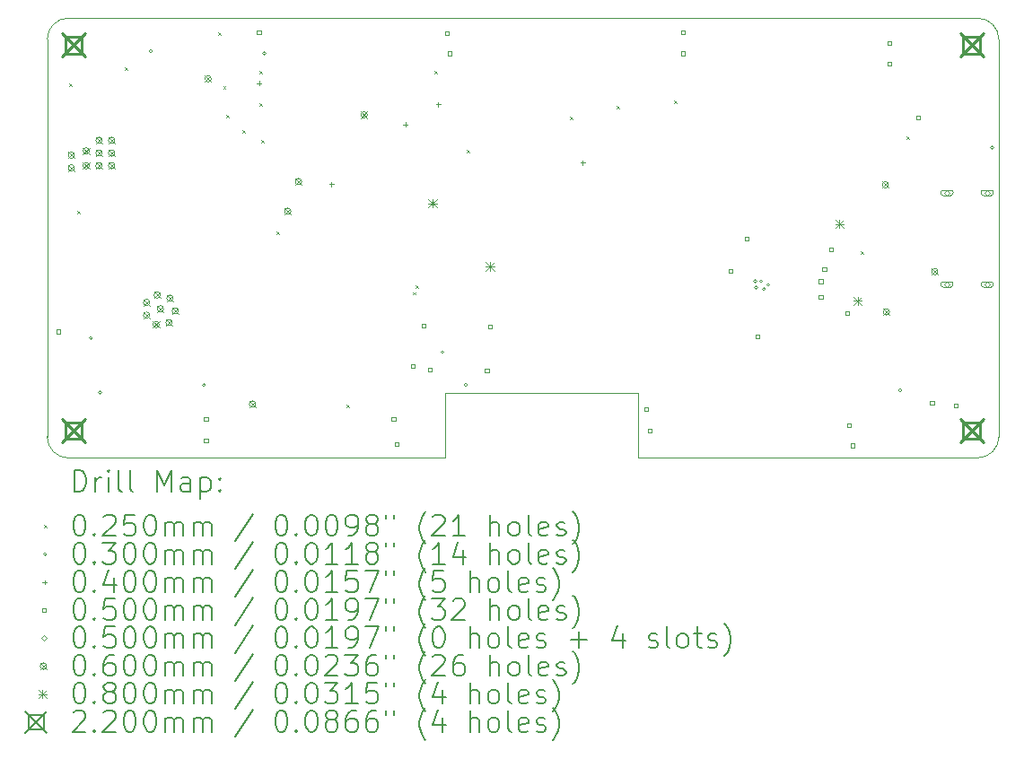
<source format=gbr>
%TF.GenerationSoftware,KiCad,Pcbnew,8.0.2*%
%TF.CreationDate,2024-07-08T12:14:32+08:00*%
%TF.ProjectId,bat_rf,6261745f-7266-42e6-9b69-6361645f7063,rev?*%
%TF.SameCoordinates,Original*%
%TF.FileFunction,Drillmap*%
%TF.FilePolarity,Positive*%
%FSLAX45Y45*%
G04 Gerber Fmt 4.5, Leading zero omitted, Abs format (unit mm)*
G04 Created by KiCad (PCBNEW 8.0.2) date 2024-07-08 12:14:32*
%MOMM*%
%LPD*%
G01*
G04 APERTURE LIST*
%ADD10C,0.100000*%
%ADD11C,0.200000*%
%ADD12C,0.220000*%
G04 APERTURE END LIST*
D10*
X6652000Y-11017500D02*
X10206036Y-11017101D01*
X10207593Y-10408550D02*
X12029022Y-10408343D01*
X15230084Y-6867500D02*
G75*
G02*
X15430090Y-7067500I-4J-200010D01*
G01*
X15430084Y-7067500D02*
X15430084Y-10817500D01*
X15230084Y-11017500D02*
X15142000Y-11017500D01*
X12030088Y-11017662D02*
X15142000Y-11017500D01*
X6452000Y-10817500D02*
X6452000Y-7067500D01*
X6452000Y-7067500D02*
G75*
G02*
X6652000Y-6867500I200000J0D01*
G01*
X6652000Y-6867500D02*
X15142000Y-6867500D01*
X15142000Y-6867500D02*
X15230084Y-6867500D01*
X10206036Y-11017101D02*
X10207593Y-10408550D01*
X6652000Y-11017500D02*
G75*
G02*
X6452000Y-10817500I0J200000D01*
G01*
X12029022Y-10408343D02*
X12030088Y-11017662D01*
X15430084Y-10817500D02*
G75*
G02*
X15230084Y-11017494I-199994J0D01*
G01*
D11*
D10*
X6660000Y-7487500D02*
X6685000Y-7512500D01*
X6685000Y-7487500D02*
X6660000Y-7512500D01*
X6735000Y-8682500D02*
X6760000Y-8707500D01*
X6760000Y-8682500D02*
X6735000Y-8707500D01*
X7187500Y-7328750D02*
X7212500Y-7353750D01*
X7212500Y-7328750D02*
X7187500Y-7353750D01*
X8068000Y-7000000D02*
X8093000Y-7025000D01*
X8093000Y-7000000D02*
X8068000Y-7025000D01*
X8111350Y-7507500D02*
X8136350Y-7532500D01*
X8136350Y-7507500D02*
X8111350Y-7532500D01*
X8140100Y-7777500D02*
X8165100Y-7802500D01*
X8165100Y-7777500D02*
X8140100Y-7802500D01*
X8296144Y-7923544D02*
X8321144Y-7948544D01*
X8321144Y-7923544D02*
X8296144Y-7948544D01*
X8450100Y-7666250D02*
X8475100Y-7691250D01*
X8475100Y-7666250D02*
X8450100Y-7691250D01*
X8452245Y-7367500D02*
X8477245Y-7392500D01*
X8477245Y-7367500D02*
X8452245Y-7392500D01*
X8470100Y-8017700D02*
X8495100Y-8042700D01*
X8495100Y-8017700D02*
X8470100Y-8042700D01*
X8615754Y-8880962D02*
X8640754Y-8905962D01*
X8640754Y-8880962D02*
X8615754Y-8905962D01*
X9278750Y-10517500D02*
X9303750Y-10542500D01*
X9303750Y-10517500D02*
X9278750Y-10542500D01*
X9900975Y-9452500D02*
X9925975Y-9477500D01*
X9925975Y-9452500D02*
X9900975Y-9477500D01*
X9925005Y-9386754D02*
X9950005Y-9411754D01*
X9950005Y-9386754D02*
X9925005Y-9411754D01*
X10102500Y-7362500D02*
X10127500Y-7387500D01*
X10127500Y-7362500D02*
X10102500Y-7387500D01*
X10410100Y-8107500D02*
X10435100Y-8132500D01*
X10435100Y-8107500D02*
X10410100Y-8132500D01*
X11387500Y-7797500D02*
X11412500Y-7822500D01*
X11412500Y-7797500D02*
X11387500Y-7822500D01*
X11827500Y-7697500D02*
X11852500Y-7722500D01*
X11852500Y-7697500D02*
X11827500Y-7722500D01*
X12367500Y-7647500D02*
X12392500Y-7672500D01*
X12392500Y-7647500D02*
X12367500Y-7672500D01*
X14127500Y-9067500D02*
X14152500Y-9092500D01*
X14152500Y-9067500D02*
X14127500Y-9092500D01*
X14560000Y-7981250D02*
X14585000Y-8006250D01*
X14585000Y-7981250D02*
X14560000Y-8006250D01*
X6879500Y-9885000D02*
G75*
G02*
X6849500Y-9885000I-15000J0D01*
G01*
X6849500Y-9885000D02*
G75*
G02*
X6879500Y-9885000I15000J0D01*
G01*
X6965000Y-10400000D02*
G75*
G02*
X6935000Y-10400000I-15000J0D01*
G01*
X6935000Y-10400000D02*
G75*
G02*
X6965000Y-10400000I15000J0D01*
G01*
X7445000Y-7180000D02*
G75*
G02*
X7415000Y-7180000I-15000J0D01*
G01*
X7415000Y-7180000D02*
G75*
G02*
X7445000Y-7180000I15000J0D01*
G01*
X7945000Y-10330000D02*
G75*
G02*
X7915000Y-10330000I-15000J0D01*
G01*
X7915000Y-10330000D02*
G75*
G02*
X7945000Y-10330000I15000J0D01*
G01*
X8515000Y-7200000D02*
G75*
G02*
X8485000Y-7200000I-15000J0D01*
G01*
X8485000Y-7200000D02*
G75*
G02*
X8515000Y-7200000I15000J0D01*
G01*
X10195000Y-10020000D02*
G75*
G02*
X10165000Y-10020000I-15000J0D01*
G01*
X10165000Y-10020000D02*
G75*
G02*
X10195000Y-10020000I15000J0D01*
G01*
X10415000Y-10327877D02*
G75*
G02*
X10385000Y-10327877I-15000J0D01*
G01*
X10385000Y-10327877D02*
G75*
G02*
X10415000Y-10327877I15000J0D01*
G01*
X13145000Y-9350000D02*
G75*
G02*
X13115000Y-9350000I-15000J0D01*
G01*
X13115000Y-9350000D02*
G75*
G02*
X13145000Y-9350000I15000J0D01*
G01*
X13155000Y-9410000D02*
G75*
G02*
X13125000Y-9410000I-15000J0D01*
G01*
X13125000Y-9410000D02*
G75*
G02*
X13155000Y-9410000I15000J0D01*
G01*
X13202500Y-9350000D02*
G75*
G02*
X13172500Y-9350000I-15000J0D01*
G01*
X13172500Y-9350000D02*
G75*
G02*
X13202500Y-9350000I15000J0D01*
G01*
X13228716Y-9423784D02*
G75*
G02*
X13198716Y-9423784I-15000J0D01*
G01*
X13198716Y-9423784D02*
G75*
G02*
X13228716Y-9423784I15000J0D01*
G01*
X13269375Y-9383125D02*
G75*
G02*
X13239375Y-9383125I-15000J0D01*
G01*
X13239375Y-9383125D02*
G75*
G02*
X13269375Y-9383125I15000J0D01*
G01*
X14515000Y-10380000D02*
G75*
G02*
X14485000Y-10380000I-15000J0D01*
G01*
X14485000Y-10380000D02*
G75*
G02*
X14515000Y-10380000I15000J0D01*
G01*
X15382584Y-8090000D02*
G75*
G02*
X15352584Y-8090000I-15000J0D01*
G01*
X15352584Y-8090000D02*
G75*
G02*
X15382584Y-8090000I15000J0D01*
G01*
X8450044Y-7460429D02*
X8450044Y-7500429D01*
X8430044Y-7480429D02*
X8470044Y-7480429D01*
X9132600Y-8415000D02*
X9132600Y-8455000D01*
X9112600Y-8435000D02*
X9152600Y-8435000D01*
X9832600Y-7850000D02*
X9832600Y-7890000D01*
X9812600Y-7870000D02*
X9852600Y-7870000D01*
X10142600Y-7660000D02*
X10142600Y-7700000D01*
X10122600Y-7680000D02*
X10162600Y-7680000D01*
X11503500Y-8210000D02*
X11503500Y-8250000D01*
X11483500Y-8230000D02*
X11523500Y-8230000D01*
X6572670Y-9842701D02*
X6572670Y-9807345D01*
X6537314Y-9807345D01*
X6537314Y-9842701D01*
X6572670Y-9842701D01*
X7967678Y-10667678D02*
X7967678Y-10632322D01*
X7932322Y-10632322D01*
X7932322Y-10667678D01*
X7967678Y-10667678D01*
X7967678Y-10867678D02*
X7967678Y-10832322D01*
X7932322Y-10832322D01*
X7932322Y-10867678D01*
X7967678Y-10867678D01*
X8467678Y-7017678D02*
X8467678Y-6982322D01*
X8432322Y-6982322D01*
X8432322Y-7017678D01*
X8467678Y-7017678D01*
X9737678Y-10667678D02*
X9737678Y-10632322D01*
X9702322Y-10632322D01*
X9702322Y-10667678D01*
X9737678Y-10667678D01*
X9767678Y-10907678D02*
X9767678Y-10872322D01*
X9732322Y-10872322D01*
X9732322Y-10907678D01*
X9767678Y-10907678D01*
X9917678Y-10167678D02*
X9917678Y-10132322D01*
X9882322Y-10132322D01*
X9882322Y-10167678D01*
X9917678Y-10167678D01*
X10017678Y-9787678D02*
X10017678Y-9752322D01*
X9982322Y-9752322D01*
X9982322Y-9787678D01*
X10017678Y-9787678D01*
X10082736Y-10200828D02*
X10082736Y-10165472D01*
X10047381Y-10165472D01*
X10047381Y-10200828D01*
X10082736Y-10200828D01*
X10237678Y-7027678D02*
X10237678Y-6992322D01*
X10202322Y-6992322D01*
X10202322Y-7027678D01*
X10237678Y-7027678D01*
X10267678Y-7217678D02*
X10267678Y-7182322D01*
X10232322Y-7182322D01*
X10232322Y-7217678D01*
X10267678Y-7217678D01*
X10617678Y-10207678D02*
X10617678Y-10172322D01*
X10582322Y-10172322D01*
X10582322Y-10207678D01*
X10617678Y-10207678D01*
X10647678Y-9797678D02*
X10647678Y-9762322D01*
X10612322Y-9762322D01*
X10612322Y-9797678D01*
X10647678Y-9797678D01*
X12117678Y-10577678D02*
X12117678Y-10542322D01*
X12082322Y-10542322D01*
X12082322Y-10577678D01*
X12117678Y-10577678D01*
X12155003Y-10777678D02*
X12155003Y-10742322D01*
X12119647Y-10742322D01*
X12119647Y-10777678D01*
X12155003Y-10777678D01*
X12467678Y-7017678D02*
X12467678Y-6982322D01*
X12432322Y-6982322D01*
X12432322Y-7017678D01*
X12467678Y-7017678D01*
X12467678Y-7217678D02*
X12467678Y-7182322D01*
X12432322Y-7182322D01*
X12432322Y-7217678D01*
X12467678Y-7217678D01*
X12917678Y-9267678D02*
X12917678Y-9232322D01*
X12882322Y-9232322D01*
X12882322Y-9267678D01*
X12917678Y-9267678D01*
X13067678Y-8967678D02*
X13067678Y-8932322D01*
X13032322Y-8932322D01*
X13032322Y-8967678D01*
X13067678Y-8967678D01*
X13167678Y-9887678D02*
X13167678Y-9852322D01*
X13132322Y-9852322D01*
X13132322Y-9887678D01*
X13167678Y-9887678D01*
X13767678Y-9367678D02*
X13767678Y-9332322D01*
X13732322Y-9332322D01*
X13732322Y-9367678D01*
X13767678Y-9367678D01*
X13767678Y-9517678D02*
X13767678Y-9482322D01*
X13732322Y-9482322D01*
X13732322Y-9517678D01*
X13767678Y-9517678D01*
X13800928Y-9250928D02*
X13800928Y-9215572D01*
X13765572Y-9215572D01*
X13765572Y-9250928D01*
X13800928Y-9250928D01*
X13867678Y-9067678D02*
X13867678Y-9032322D01*
X13832322Y-9032322D01*
X13832322Y-9067678D01*
X13867678Y-9067678D01*
X14017678Y-9667678D02*
X14017678Y-9632322D01*
X13982322Y-9632322D01*
X13982322Y-9667678D01*
X14017678Y-9667678D01*
X14035885Y-10726750D02*
X14035885Y-10691395D01*
X14000529Y-10691395D01*
X14000529Y-10726750D01*
X14035885Y-10726750D01*
X14067678Y-10917678D02*
X14067678Y-10882322D01*
X14032322Y-10882322D01*
X14032322Y-10917678D01*
X14067678Y-10917678D01*
X14417678Y-7117678D02*
X14417678Y-7082322D01*
X14382322Y-7082322D01*
X14382322Y-7117678D01*
X14417678Y-7117678D01*
X14417678Y-7317678D02*
X14417678Y-7282322D01*
X14382322Y-7282322D01*
X14382322Y-7317678D01*
X14417678Y-7317678D01*
X14687678Y-7820178D02*
X14687678Y-7784822D01*
X14652322Y-7784822D01*
X14652322Y-7820178D01*
X14687678Y-7820178D01*
X14817678Y-10517678D02*
X14817678Y-10482322D01*
X14782322Y-10482322D01*
X14782322Y-10517678D01*
X14817678Y-10517678D01*
X15038421Y-10538421D02*
X15038421Y-10503065D01*
X15003065Y-10503065D01*
X15003065Y-10538421D01*
X15038421Y-10538421D01*
X14940000Y-8541000D02*
X14965000Y-8516000D01*
X14940000Y-8491000D01*
X14915000Y-8516000D01*
X14940000Y-8541000D01*
X14975000Y-8491000D02*
X14905000Y-8491000D01*
X14905000Y-8541000D02*
G75*
G02*
X14905000Y-8491000I0J25000D01*
G01*
X14905000Y-8541000D02*
X14975000Y-8541000D01*
X14975000Y-8541000D02*
G75*
G03*
X14975000Y-8491000I0J25000D01*
G01*
X14940000Y-9405000D02*
X14965000Y-9380000D01*
X14940000Y-9355000D01*
X14915000Y-9380000D01*
X14940000Y-9405000D01*
X14975000Y-9355000D02*
X14905000Y-9355000D01*
X14905000Y-9405000D02*
G75*
G02*
X14905000Y-9355000I0J25000D01*
G01*
X14905000Y-9405000D02*
X14975000Y-9405000D01*
X14975000Y-9405000D02*
G75*
G03*
X14975000Y-9355000I0J25000D01*
G01*
X15320000Y-8541000D02*
X15345000Y-8516000D01*
X15320000Y-8491000D01*
X15295000Y-8516000D01*
X15320000Y-8541000D01*
X15355000Y-8491000D02*
X15285000Y-8491000D01*
X15285000Y-8541000D02*
G75*
G02*
X15285000Y-8491000I0J25000D01*
G01*
X15285000Y-8541000D02*
X15355000Y-8541000D01*
X15355000Y-8541000D02*
G75*
G03*
X15355000Y-8491000I0J25000D01*
G01*
X15320000Y-9405000D02*
X15345000Y-9380000D01*
X15320000Y-9355000D01*
X15295000Y-9380000D01*
X15320000Y-9405000D01*
X15355000Y-9355000D02*
X15285000Y-9355000D01*
X15285000Y-9405000D02*
G75*
G02*
X15285000Y-9355000I0J25000D01*
G01*
X15285000Y-9405000D02*
X15355000Y-9405000D01*
X15355000Y-9405000D02*
G75*
G03*
X15355000Y-9355000I0J25000D01*
G01*
X6650000Y-8130000D02*
X6710000Y-8190000D01*
X6710000Y-8130000D02*
X6650000Y-8190000D01*
X6710000Y-8160000D02*
G75*
G02*
X6650000Y-8160000I-30000J0D01*
G01*
X6650000Y-8160000D02*
G75*
G02*
X6710000Y-8160000I30000J0D01*
G01*
X6650000Y-8250000D02*
X6710000Y-8310000D01*
X6710000Y-8250000D02*
X6650000Y-8310000D01*
X6710000Y-8280000D02*
G75*
G02*
X6650000Y-8280000I-30000J0D01*
G01*
X6650000Y-8280000D02*
G75*
G02*
X6710000Y-8280000I30000J0D01*
G01*
X6790000Y-8090000D02*
X6850000Y-8150000D01*
X6850000Y-8090000D02*
X6790000Y-8150000D01*
X6850000Y-8120000D02*
G75*
G02*
X6790000Y-8120000I-30000J0D01*
G01*
X6790000Y-8120000D02*
G75*
G02*
X6850000Y-8120000I30000J0D01*
G01*
X6790000Y-8230000D02*
X6850000Y-8290000D01*
X6850000Y-8230000D02*
X6790000Y-8290000D01*
X6850000Y-8260000D02*
G75*
G02*
X6790000Y-8260000I-30000J0D01*
G01*
X6790000Y-8260000D02*
G75*
G02*
X6850000Y-8260000I30000J0D01*
G01*
X6910000Y-7990000D02*
X6970000Y-8050000D01*
X6970000Y-7990000D02*
X6910000Y-8050000D01*
X6970000Y-8020000D02*
G75*
G02*
X6910000Y-8020000I-30000J0D01*
G01*
X6910000Y-8020000D02*
G75*
G02*
X6970000Y-8020000I30000J0D01*
G01*
X6910000Y-8110000D02*
X6970000Y-8170000D01*
X6970000Y-8110000D02*
X6910000Y-8170000D01*
X6970000Y-8140000D02*
G75*
G02*
X6910000Y-8140000I-30000J0D01*
G01*
X6910000Y-8140000D02*
G75*
G02*
X6970000Y-8140000I30000J0D01*
G01*
X6910000Y-8230000D02*
X6970000Y-8290000D01*
X6970000Y-8230000D02*
X6910000Y-8290000D01*
X6970000Y-8260000D02*
G75*
G02*
X6910000Y-8260000I-30000J0D01*
G01*
X6910000Y-8260000D02*
G75*
G02*
X6970000Y-8260000I30000J0D01*
G01*
X7030000Y-7990000D02*
X7090000Y-8050000D01*
X7090000Y-7990000D02*
X7030000Y-8050000D01*
X7090000Y-8020000D02*
G75*
G02*
X7030000Y-8020000I-30000J0D01*
G01*
X7030000Y-8020000D02*
G75*
G02*
X7090000Y-8020000I30000J0D01*
G01*
X7030000Y-8110000D02*
X7090000Y-8170000D01*
X7090000Y-8110000D02*
X7030000Y-8170000D01*
X7090000Y-8140000D02*
G75*
G02*
X7030000Y-8140000I-30000J0D01*
G01*
X7030000Y-8140000D02*
G75*
G02*
X7090000Y-8140000I30000J0D01*
G01*
X7030000Y-8230000D02*
X7090000Y-8290000D01*
X7090000Y-8230000D02*
X7030000Y-8290000D01*
X7090000Y-8260000D02*
G75*
G02*
X7030000Y-8260000I-30000J0D01*
G01*
X7030000Y-8260000D02*
G75*
G02*
X7090000Y-8260000I30000J0D01*
G01*
X7360000Y-9520000D02*
X7420000Y-9580000D01*
X7420000Y-9520000D02*
X7360000Y-9580000D01*
X7420000Y-9550000D02*
G75*
G02*
X7360000Y-9550000I-30000J0D01*
G01*
X7360000Y-9550000D02*
G75*
G02*
X7420000Y-9550000I30000J0D01*
G01*
X7360000Y-9640000D02*
X7420000Y-9700000D01*
X7420000Y-9640000D02*
X7360000Y-9700000D01*
X7420000Y-9670000D02*
G75*
G02*
X7360000Y-9670000I-30000J0D01*
G01*
X7360000Y-9670000D02*
G75*
G02*
X7420000Y-9670000I30000J0D01*
G01*
X7450000Y-9730000D02*
X7510000Y-9790000D01*
X7510000Y-9730000D02*
X7450000Y-9790000D01*
X7510000Y-9760000D02*
G75*
G02*
X7450000Y-9760000I-30000J0D01*
G01*
X7450000Y-9760000D02*
G75*
G02*
X7510000Y-9760000I30000J0D01*
G01*
X7460000Y-9450000D02*
X7520000Y-9510000D01*
X7520000Y-9450000D02*
X7460000Y-9510000D01*
X7520000Y-9480000D02*
G75*
G02*
X7460000Y-9480000I-30000J0D01*
G01*
X7460000Y-9480000D02*
G75*
G02*
X7520000Y-9480000I30000J0D01*
G01*
X7490000Y-9580000D02*
X7550000Y-9640000D01*
X7550000Y-9580000D02*
X7490000Y-9640000D01*
X7550000Y-9610000D02*
G75*
G02*
X7490000Y-9610000I-30000J0D01*
G01*
X7490000Y-9610000D02*
G75*
G02*
X7550000Y-9610000I30000J0D01*
G01*
X7570000Y-9710000D02*
X7630000Y-9770000D01*
X7630000Y-9710000D02*
X7570000Y-9770000D01*
X7630000Y-9740000D02*
G75*
G02*
X7570000Y-9740000I-30000J0D01*
G01*
X7570000Y-9740000D02*
G75*
G02*
X7630000Y-9740000I30000J0D01*
G01*
X7580000Y-9480000D02*
X7640000Y-9540000D01*
X7640000Y-9480000D02*
X7580000Y-9540000D01*
X7640000Y-9510000D02*
G75*
G02*
X7580000Y-9510000I-30000J0D01*
G01*
X7580000Y-9510000D02*
G75*
G02*
X7640000Y-9510000I30000J0D01*
G01*
X7630000Y-9600000D02*
X7690000Y-9660000D01*
X7690000Y-9600000D02*
X7630000Y-9660000D01*
X7690000Y-9630000D02*
G75*
G02*
X7630000Y-9630000I-30000J0D01*
G01*
X7630000Y-9630000D02*
G75*
G02*
X7690000Y-9630000I30000J0D01*
G01*
X7940000Y-7410000D02*
X8000000Y-7470000D01*
X8000000Y-7410000D02*
X7940000Y-7470000D01*
X8000000Y-7440000D02*
G75*
G02*
X7940000Y-7440000I-30000J0D01*
G01*
X7940000Y-7440000D02*
G75*
G02*
X8000000Y-7440000I30000J0D01*
G01*
X8360000Y-10480000D02*
X8420000Y-10540000D01*
X8420000Y-10480000D02*
X8360000Y-10540000D01*
X8420000Y-10510000D02*
G75*
G02*
X8360000Y-10510000I-30000J0D01*
G01*
X8360000Y-10510000D02*
G75*
G02*
X8420000Y-10510000I30000J0D01*
G01*
X8690869Y-8659157D02*
X8750869Y-8719157D01*
X8750869Y-8659157D02*
X8690869Y-8719157D01*
X8750869Y-8689157D02*
G75*
G02*
X8690869Y-8689157I-30000J0D01*
G01*
X8690869Y-8689157D02*
G75*
G02*
X8750869Y-8689157I30000J0D01*
G01*
X8792600Y-8380000D02*
X8852600Y-8440000D01*
X8852600Y-8380000D02*
X8792600Y-8440000D01*
X8852600Y-8410000D02*
G75*
G02*
X8792600Y-8410000I-30000J0D01*
G01*
X8792600Y-8410000D02*
G75*
G02*
X8852600Y-8410000I30000J0D01*
G01*
X9412600Y-7750000D02*
X9472600Y-7810000D01*
X9472600Y-7750000D02*
X9412600Y-7810000D01*
X9472600Y-7780000D02*
G75*
G02*
X9412600Y-7780000I-30000J0D01*
G01*
X9412600Y-7780000D02*
G75*
G02*
X9472600Y-7780000I30000J0D01*
G01*
X14330000Y-8410000D02*
X14390000Y-8470000D01*
X14390000Y-8410000D02*
X14330000Y-8470000D01*
X14390000Y-8440000D02*
G75*
G02*
X14330000Y-8440000I-30000J0D01*
G01*
X14330000Y-8440000D02*
G75*
G02*
X14390000Y-8440000I30000J0D01*
G01*
X14340000Y-9610000D02*
X14400000Y-9670000D01*
X14400000Y-9610000D02*
X14340000Y-9670000D01*
X14400000Y-9640000D02*
G75*
G02*
X14340000Y-9640000I-30000J0D01*
G01*
X14340000Y-9640000D02*
G75*
G02*
X14400000Y-9640000I30000J0D01*
G01*
X14795650Y-9230039D02*
X14855650Y-9290039D01*
X14855650Y-9230039D02*
X14795650Y-9290039D01*
X14855650Y-9260039D02*
G75*
G02*
X14795650Y-9260039I-30000J0D01*
G01*
X14795650Y-9260039D02*
G75*
G02*
X14855650Y-9260039I30000J0D01*
G01*
X10047943Y-8576157D02*
X10127943Y-8656157D01*
X10127943Y-8576157D02*
X10047943Y-8656157D01*
X10087943Y-8576157D02*
X10087943Y-8656157D01*
X10047943Y-8616157D02*
X10127943Y-8616157D01*
X10590000Y-9170000D02*
X10670000Y-9250000D01*
X10670000Y-9170000D02*
X10590000Y-9250000D01*
X10630000Y-9170000D02*
X10630000Y-9250000D01*
X10590000Y-9210000D02*
X10670000Y-9210000D01*
X13887500Y-8770000D02*
X13967500Y-8850000D01*
X13967500Y-8770000D02*
X13887500Y-8850000D01*
X13927500Y-8770000D02*
X13927500Y-8850000D01*
X13887500Y-8810000D02*
X13967500Y-8810000D01*
X14057450Y-9496250D02*
X14137450Y-9576250D01*
X14137450Y-9496250D02*
X14057450Y-9576250D01*
X14097450Y-9496250D02*
X14097450Y-9576250D01*
X14057450Y-9536250D02*
X14137450Y-9536250D01*
D12*
X6592500Y-7012500D02*
X6812500Y-7232500D01*
X6812500Y-7012500D02*
X6592500Y-7232500D01*
X6780282Y-7200282D02*
X6780282Y-7044717D01*
X6624717Y-7044717D01*
X6624717Y-7200282D01*
X6780282Y-7200282D01*
X6592500Y-10652500D02*
X6812500Y-10872500D01*
X6812500Y-10652500D02*
X6592500Y-10872500D01*
X6780282Y-10840283D02*
X6780282Y-10684718D01*
X6624717Y-10684718D01*
X6624717Y-10840283D01*
X6780282Y-10840283D01*
X15062500Y-7012500D02*
X15282500Y-7232500D01*
X15282500Y-7012500D02*
X15062500Y-7232500D01*
X15250282Y-7200282D02*
X15250282Y-7044717D01*
X15094717Y-7044717D01*
X15094717Y-7200282D01*
X15250282Y-7200282D01*
X15062500Y-10652500D02*
X15282500Y-10872500D01*
X15282500Y-10652500D02*
X15062500Y-10872500D01*
X15250282Y-10840283D02*
X15250282Y-10684718D01*
X15094717Y-10684718D01*
X15094717Y-10840283D01*
X15250282Y-10840283D01*
D11*
X6707777Y-11334146D02*
X6707777Y-11134146D01*
X6707777Y-11134146D02*
X6755396Y-11134146D01*
X6755396Y-11134146D02*
X6783967Y-11143670D01*
X6783967Y-11143670D02*
X6803015Y-11162717D01*
X6803015Y-11162717D02*
X6812538Y-11181765D01*
X6812538Y-11181765D02*
X6822062Y-11219860D01*
X6822062Y-11219860D02*
X6822062Y-11248432D01*
X6822062Y-11248432D02*
X6812538Y-11286527D01*
X6812538Y-11286527D02*
X6803015Y-11305574D01*
X6803015Y-11305574D02*
X6783967Y-11324622D01*
X6783967Y-11324622D02*
X6755396Y-11334146D01*
X6755396Y-11334146D02*
X6707777Y-11334146D01*
X6907777Y-11334146D02*
X6907777Y-11200812D01*
X6907777Y-11238908D02*
X6917300Y-11219860D01*
X6917300Y-11219860D02*
X6926824Y-11210336D01*
X6926824Y-11210336D02*
X6945872Y-11200812D01*
X6945872Y-11200812D02*
X6964919Y-11200812D01*
X7031586Y-11334146D02*
X7031586Y-11200812D01*
X7031586Y-11134146D02*
X7022062Y-11143670D01*
X7022062Y-11143670D02*
X7031586Y-11153194D01*
X7031586Y-11153194D02*
X7041110Y-11143670D01*
X7041110Y-11143670D02*
X7031586Y-11134146D01*
X7031586Y-11134146D02*
X7031586Y-11153194D01*
X7155396Y-11334146D02*
X7136348Y-11324622D01*
X7136348Y-11324622D02*
X7126824Y-11305574D01*
X7126824Y-11305574D02*
X7126824Y-11134146D01*
X7260157Y-11334146D02*
X7241110Y-11324622D01*
X7241110Y-11324622D02*
X7231586Y-11305574D01*
X7231586Y-11305574D02*
X7231586Y-11134146D01*
X7488729Y-11334146D02*
X7488729Y-11134146D01*
X7488729Y-11134146D02*
X7555396Y-11277003D01*
X7555396Y-11277003D02*
X7622062Y-11134146D01*
X7622062Y-11134146D02*
X7622062Y-11334146D01*
X7803015Y-11334146D02*
X7803015Y-11229384D01*
X7803015Y-11229384D02*
X7793491Y-11210336D01*
X7793491Y-11210336D02*
X7774443Y-11200812D01*
X7774443Y-11200812D02*
X7736348Y-11200812D01*
X7736348Y-11200812D02*
X7717300Y-11210336D01*
X7803015Y-11324622D02*
X7783967Y-11334146D01*
X7783967Y-11334146D02*
X7736348Y-11334146D01*
X7736348Y-11334146D02*
X7717300Y-11324622D01*
X7717300Y-11324622D02*
X7707777Y-11305574D01*
X7707777Y-11305574D02*
X7707777Y-11286527D01*
X7707777Y-11286527D02*
X7717300Y-11267479D01*
X7717300Y-11267479D02*
X7736348Y-11257955D01*
X7736348Y-11257955D02*
X7783967Y-11257955D01*
X7783967Y-11257955D02*
X7803015Y-11248432D01*
X7898253Y-11200812D02*
X7898253Y-11400812D01*
X7898253Y-11210336D02*
X7917300Y-11200812D01*
X7917300Y-11200812D02*
X7955396Y-11200812D01*
X7955396Y-11200812D02*
X7974443Y-11210336D01*
X7974443Y-11210336D02*
X7983967Y-11219860D01*
X7983967Y-11219860D02*
X7993491Y-11238908D01*
X7993491Y-11238908D02*
X7993491Y-11296051D01*
X7993491Y-11296051D02*
X7983967Y-11315098D01*
X7983967Y-11315098D02*
X7974443Y-11324622D01*
X7974443Y-11324622D02*
X7955396Y-11334146D01*
X7955396Y-11334146D02*
X7917300Y-11334146D01*
X7917300Y-11334146D02*
X7898253Y-11324622D01*
X8079205Y-11315098D02*
X8088729Y-11324622D01*
X8088729Y-11324622D02*
X8079205Y-11334146D01*
X8079205Y-11334146D02*
X8069681Y-11324622D01*
X8069681Y-11324622D02*
X8079205Y-11315098D01*
X8079205Y-11315098D02*
X8079205Y-11334146D01*
X8079205Y-11210336D02*
X8088729Y-11219860D01*
X8088729Y-11219860D02*
X8079205Y-11229384D01*
X8079205Y-11229384D02*
X8069681Y-11219860D01*
X8069681Y-11219860D02*
X8079205Y-11210336D01*
X8079205Y-11210336D02*
X8079205Y-11229384D01*
D10*
X6422000Y-11650162D02*
X6447000Y-11675162D01*
X6447000Y-11650162D02*
X6422000Y-11675162D01*
D11*
X6745872Y-11554146D02*
X6764919Y-11554146D01*
X6764919Y-11554146D02*
X6783967Y-11563670D01*
X6783967Y-11563670D02*
X6793491Y-11573193D01*
X6793491Y-11573193D02*
X6803015Y-11592241D01*
X6803015Y-11592241D02*
X6812538Y-11630336D01*
X6812538Y-11630336D02*
X6812538Y-11677955D01*
X6812538Y-11677955D02*
X6803015Y-11716051D01*
X6803015Y-11716051D02*
X6793491Y-11735098D01*
X6793491Y-11735098D02*
X6783967Y-11744622D01*
X6783967Y-11744622D02*
X6764919Y-11754146D01*
X6764919Y-11754146D02*
X6745872Y-11754146D01*
X6745872Y-11754146D02*
X6726824Y-11744622D01*
X6726824Y-11744622D02*
X6717300Y-11735098D01*
X6717300Y-11735098D02*
X6707777Y-11716051D01*
X6707777Y-11716051D02*
X6698253Y-11677955D01*
X6698253Y-11677955D02*
X6698253Y-11630336D01*
X6698253Y-11630336D02*
X6707777Y-11592241D01*
X6707777Y-11592241D02*
X6717300Y-11573193D01*
X6717300Y-11573193D02*
X6726824Y-11563670D01*
X6726824Y-11563670D02*
X6745872Y-11554146D01*
X6898253Y-11735098D02*
X6907777Y-11744622D01*
X6907777Y-11744622D02*
X6898253Y-11754146D01*
X6898253Y-11754146D02*
X6888729Y-11744622D01*
X6888729Y-11744622D02*
X6898253Y-11735098D01*
X6898253Y-11735098D02*
X6898253Y-11754146D01*
X6983967Y-11573193D02*
X6993491Y-11563670D01*
X6993491Y-11563670D02*
X7012538Y-11554146D01*
X7012538Y-11554146D02*
X7060158Y-11554146D01*
X7060158Y-11554146D02*
X7079205Y-11563670D01*
X7079205Y-11563670D02*
X7088729Y-11573193D01*
X7088729Y-11573193D02*
X7098253Y-11592241D01*
X7098253Y-11592241D02*
X7098253Y-11611289D01*
X7098253Y-11611289D02*
X7088729Y-11639860D01*
X7088729Y-11639860D02*
X6974443Y-11754146D01*
X6974443Y-11754146D02*
X7098253Y-11754146D01*
X7279205Y-11554146D02*
X7183967Y-11554146D01*
X7183967Y-11554146D02*
X7174443Y-11649384D01*
X7174443Y-11649384D02*
X7183967Y-11639860D01*
X7183967Y-11639860D02*
X7203015Y-11630336D01*
X7203015Y-11630336D02*
X7250634Y-11630336D01*
X7250634Y-11630336D02*
X7269681Y-11639860D01*
X7269681Y-11639860D02*
X7279205Y-11649384D01*
X7279205Y-11649384D02*
X7288729Y-11668432D01*
X7288729Y-11668432D02*
X7288729Y-11716051D01*
X7288729Y-11716051D02*
X7279205Y-11735098D01*
X7279205Y-11735098D02*
X7269681Y-11744622D01*
X7269681Y-11744622D02*
X7250634Y-11754146D01*
X7250634Y-11754146D02*
X7203015Y-11754146D01*
X7203015Y-11754146D02*
X7183967Y-11744622D01*
X7183967Y-11744622D02*
X7174443Y-11735098D01*
X7412538Y-11554146D02*
X7431586Y-11554146D01*
X7431586Y-11554146D02*
X7450634Y-11563670D01*
X7450634Y-11563670D02*
X7460158Y-11573193D01*
X7460158Y-11573193D02*
X7469681Y-11592241D01*
X7469681Y-11592241D02*
X7479205Y-11630336D01*
X7479205Y-11630336D02*
X7479205Y-11677955D01*
X7479205Y-11677955D02*
X7469681Y-11716051D01*
X7469681Y-11716051D02*
X7460158Y-11735098D01*
X7460158Y-11735098D02*
X7450634Y-11744622D01*
X7450634Y-11744622D02*
X7431586Y-11754146D01*
X7431586Y-11754146D02*
X7412538Y-11754146D01*
X7412538Y-11754146D02*
X7393491Y-11744622D01*
X7393491Y-11744622D02*
X7383967Y-11735098D01*
X7383967Y-11735098D02*
X7374443Y-11716051D01*
X7374443Y-11716051D02*
X7364919Y-11677955D01*
X7364919Y-11677955D02*
X7364919Y-11630336D01*
X7364919Y-11630336D02*
X7374443Y-11592241D01*
X7374443Y-11592241D02*
X7383967Y-11573193D01*
X7383967Y-11573193D02*
X7393491Y-11563670D01*
X7393491Y-11563670D02*
X7412538Y-11554146D01*
X7564919Y-11754146D02*
X7564919Y-11620812D01*
X7564919Y-11639860D02*
X7574443Y-11630336D01*
X7574443Y-11630336D02*
X7593491Y-11620812D01*
X7593491Y-11620812D02*
X7622062Y-11620812D01*
X7622062Y-11620812D02*
X7641110Y-11630336D01*
X7641110Y-11630336D02*
X7650634Y-11649384D01*
X7650634Y-11649384D02*
X7650634Y-11754146D01*
X7650634Y-11649384D02*
X7660158Y-11630336D01*
X7660158Y-11630336D02*
X7679205Y-11620812D01*
X7679205Y-11620812D02*
X7707777Y-11620812D01*
X7707777Y-11620812D02*
X7726824Y-11630336D01*
X7726824Y-11630336D02*
X7736348Y-11649384D01*
X7736348Y-11649384D02*
X7736348Y-11754146D01*
X7831586Y-11754146D02*
X7831586Y-11620812D01*
X7831586Y-11639860D02*
X7841110Y-11630336D01*
X7841110Y-11630336D02*
X7860158Y-11620812D01*
X7860158Y-11620812D02*
X7888729Y-11620812D01*
X7888729Y-11620812D02*
X7907777Y-11630336D01*
X7907777Y-11630336D02*
X7917300Y-11649384D01*
X7917300Y-11649384D02*
X7917300Y-11754146D01*
X7917300Y-11649384D02*
X7926824Y-11630336D01*
X7926824Y-11630336D02*
X7945872Y-11620812D01*
X7945872Y-11620812D02*
X7974443Y-11620812D01*
X7974443Y-11620812D02*
X7993491Y-11630336D01*
X7993491Y-11630336D02*
X8003015Y-11649384D01*
X8003015Y-11649384D02*
X8003015Y-11754146D01*
X8393491Y-11544622D02*
X8222062Y-11801765D01*
X8650634Y-11554146D02*
X8669682Y-11554146D01*
X8669682Y-11554146D02*
X8688729Y-11563670D01*
X8688729Y-11563670D02*
X8698253Y-11573193D01*
X8698253Y-11573193D02*
X8707777Y-11592241D01*
X8707777Y-11592241D02*
X8717301Y-11630336D01*
X8717301Y-11630336D02*
X8717301Y-11677955D01*
X8717301Y-11677955D02*
X8707777Y-11716051D01*
X8707777Y-11716051D02*
X8698253Y-11735098D01*
X8698253Y-11735098D02*
X8688729Y-11744622D01*
X8688729Y-11744622D02*
X8669682Y-11754146D01*
X8669682Y-11754146D02*
X8650634Y-11754146D01*
X8650634Y-11754146D02*
X8631586Y-11744622D01*
X8631586Y-11744622D02*
X8622063Y-11735098D01*
X8622063Y-11735098D02*
X8612539Y-11716051D01*
X8612539Y-11716051D02*
X8603015Y-11677955D01*
X8603015Y-11677955D02*
X8603015Y-11630336D01*
X8603015Y-11630336D02*
X8612539Y-11592241D01*
X8612539Y-11592241D02*
X8622063Y-11573193D01*
X8622063Y-11573193D02*
X8631586Y-11563670D01*
X8631586Y-11563670D02*
X8650634Y-11554146D01*
X8803015Y-11735098D02*
X8812539Y-11744622D01*
X8812539Y-11744622D02*
X8803015Y-11754146D01*
X8803015Y-11754146D02*
X8793491Y-11744622D01*
X8793491Y-11744622D02*
X8803015Y-11735098D01*
X8803015Y-11735098D02*
X8803015Y-11754146D01*
X8936348Y-11554146D02*
X8955396Y-11554146D01*
X8955396Y-11554146D02*
X8974444Y-11563670D01*
X8974444Y-11563670D02*
X8983967Y-11573193D01*
X8983967Y-11573193D02*
X8993491Y-11592241D01*
X8993491Y-11592241D02*
X9003015Y-11630336D01*
X9003015Y-11630336D02*
X9003015Y-11677955D01*
X9003015Y-11677955D02*
X8993491Y-11716051D01*
X8993491Y-11716051D02*
X8983967Y-11735098D01*
X8983967Y-11735098D02*
X8974444Y-11744622D01*
X8974444Y-11744622D02*
X8955396Y-11754146D01*
X8955396Y-11754146D02*
X8936348Y-11754146D01*
X8936348Y-11754146D02*
X8917301Y-11744622D01*
X8917301Y-11744622D02*
X8907777Y-11735098D01*
X8907777Y-11735098D02*
X8898253Y-11716051D01*
X8898253Y-11716051D02*
X8888729Y-11677955D01*
X8888729Y-11677955D02*
X8888729Y-11630336D01*
X8888729Y-11630336D02*
X8898253Y-11592241D01*
X8898253Y-11592241D02*
X8907777Y-11573193D01*
X8907777Y-11573193D02*
X8917301Y-11563670D01*
X8917301Y-11563670D02*
X8936348Y-11554146D01*
X9126824Y-11554146D02*
X9145872Y-11554146D01*
X9145872Y-11554146D02*
X9164920Y-11563670D01*
X9164920Y-11563670D02*
X9174444Y-11573193D01*
X9174444Y-11573193D02*
X9183967Y-11592241D01*
X9183967Y-11592241D02*
X9193491Y-11630336D01*
X9193491Y-11630336D02*
X9193491Y-11677955D01*
X9193491Y-11677955D02*
X9183967Y-11716051D01*
X9183967Y-11716051D02*
X9174444Y-11735098D01*
X9174444Y-11735098D02*
X9164920Y-11744622D01*
X9164920Y-11744622D02*
X9145872Y-11754146D01*
X9145872Y-11754146D02*
X9126824Y-11754146D01*
X9126824Y-11754146D02*
X9107777Y-11744622D01*
X9107777Y-11744622D02*
X9098253Y-11735098D01*
X9098253Y-11735098D02*
X9088729Y-11716051D01*
X9088729Y-11716051D02*
X9079205Y-11677955D01*
X9079205Y-11677955D02*
X9079205Y-11630336D01*
X9079205Y-11630336D02*
X9088729Y-11592241D01*
X9088729Y-11592241D02*
X9098253Y-11573193D01*
X9098253Y-11573193D02*
X9107777Y-11563670D01*
X9107777Y-11563670D02*
X9126824Y-11554146D01*
X9288729Y-11754146D02*
X9326824Y-11754146D01*
X9326824Y-11754146D02*
X9345872Y-11744622D01*
X9345872Y-11744622D02*
X9355396Y-11735098D01*
X9355396Y-11735098D02*
X9374444Y-11706527D01*
X9374444Y-11706527D02*
X9383967Y-11668432D01*
X9383967Y-11668432D02*
X9383967Y-11592241D01*
X9383967Y-11592241D02*
X9374444Y-11573193D01*
X9374444Y-11573193D02*
X9364920Y-11563670D01*
X9364920Y-11563670D02*
X9345872Y-11554146D01*
X9345872Y-11554146D02*
X9307777Y-11554146D01*
X9307777Y-11554146D02*
X9288729Y-11563670D01*
X9288729Y-11563670D02*
X9279205Y-11573193D01*
X9279205Y-11573193D02*
X9269682Y-11592241D01*
X9269682Y-11592241D02*
X9269682Y-11639860D01*
X9269682Y-11639860D02*
X9279205Y-11658908D01*
X9279205Y-11658908D02*
X9288729Y-11668432D01*
X9288729Y-11668432D02*
X9307777Y-11677955D01*
X9307777Y-11677955D02*
X9345872Y-11677955D01*
X9345872Y-11677955D02*
X9364920Y-11668432D01*
X9364920Y-11668432D02*
X9374444Y-11658908D01*
X9374444Y-11658908D02*
X9383967Y-11639860D01*
X9498253Y-11639860D02*
X9479205Y-11630336D01*
X9479205Y-11630336D02*
X9469682Y-11620812D01*
X9469682Y-11620812D02*
X9460158Y-11601765D01*
X9460158Y-11601765D02*
X9460158Y-11592241D01*
X9460158Y-11592241D02*
X9469682Y-11573193D01*
X9469682Y-11573193D02*
X9479205Y-11563670D01*
X9479205Y-11563670D02*
X9498253Y-11554146D01*
X9498253Y-11554146D02*
X9536348Y-11554146D01*
X9536348Y-11554146D02*
X9555396Y-11563670D01*
X9555396Y-11563670D02*
X9564920Y-11573193D01*
X9564920Y-11573193D02*
X9574444Y-11592241D01*
X9574444Y-11592241D02*
X9574444Y-11601765D01*
X9574444Y-11601765D02*
X9564920Y-11620812D01*
X9564920Y-11620812D02*
X9555396Y-11630336D01*
X9555396Y-11630336D02*
X9536348Y-11639860D01*
X9536348Y-11639860D02*
X9498253Y-11639860D01*
X9498253Y-11639860D02*
X9479205Y-11649384D01*
X9479205Y-11649384D02*
X9469682Y-11658908D01*
X9469682Y-11658908D02*
X9460158Y-11677955D01*
X9460158Y-11677955D02*
X9460158Y-11716051D01*
X9460158Y-11716051D02*
X9469682Y-11735098D01*
X9469682Y-11735098D02*
X9479205Y-11744622D01*
X9479205Y-11744622D02*
X9498253Y-11754146D01*
X9498253Y-11754146D02*
X9536348Y-11754146D01*
X9536348Y-11754146D02*
X9555396Y-11744622D01*
X9555396Y-11744622D02*
X9564920Y-11735098D01*
X9564920Y-11735098D02*
X9574444Y-11716051D01*
X9574444Y-11716051D02*
X9574444Y-11677955D01*
X9574444Y-11677955D02*
X9564920Y-11658908D01*
X9564920Y-11658908D02*
X9555396Y-11649384D01*
X9555396Y-11649384D02*
X9536348Y-11639860D01*
X9650634Y-11554146D02*
X9650634Y-11592241D01*
X9726825Y-11554146D02*
X9726825Y-11592241D01*
X10022063Y-11830336D02*
X10012539Y-11820812D01*
X10012539Y-11820812D02*
X9993491Y-11792241D01*
X9993491Y-11792241D02*
X9983967Y-11773193D01*
X9983967Y-11773193D02*
X9974444Y-11744622D01*
X9974444Y-11744622D02*
X9964920Y-11697003D01*
X9964920Y-11697003D02*
X9964920Y-11658908D01*
X9964920Y-11658908D02*
X9974444Y-11611289D01*
X9974444Y-11611289D02*
X9983967Y-11582717D01*
X9983967Y-11582717D02*
X9993491Y-11563670D01*
X9993491Y-11563670D02*
X10012539Y-11535098D01*
X10012539Y-11535098D02*
X10022063Y-11525574D01*
X10088729Y-11573193D02*
X10098253Y-11563670D01*
X10098253Y-11563670D02*
X10117301Y-11554146D01*
X10117301Y-11554146D02*
X10164920Y-11554146D01*
X10164920Y-11554146D02*
X10183967Y-11563670D01*
X10183967Y-11563670D02*
X10193491Y-11573193D01*
X10193491Y-11573193D02*
X10203015Y-11592241D01*
X10203015Y-11592241D02*
X10203015Y-11611289D01*
X10203015Y-11611289D02*
X10193491Y-11639860D01*
X10193491Y-11639860D02*
X10079206Y-11754146D01*
X10079206Y-11754146D02*
X10203015Y-11754146D01*
X10393491Y-11754146D02*
X10279206Y-11754146D01*
X10336348Y-11754146D02*
X10336348Y-11554146D01*
X10336348Y-11554146D02*
X10317301Y-11582717D01*
X10317301Y-11582717D02*
X10298253Y-11601765D01*
X10298253Y-11601765D02*
X10279206Y-11611289D01*
X10631587Y-11754146D02*
X10631587Y-11554146D01*
X10717301Y-11754146D02*
X10717301Y-11649384D01*
X10717301Y-11649384D02*
X10707777Y-11630336D01*
X10707777Y-11630336D02*
X10688729Y-11620812D01*
X10688729Y-11620812D02*
X10660158Y-11620812D01*
X10660158Y-11620812D02*
X10641110Y-11630336D01*
X10641110Y-11630336D02*
X10631587Y-11639860D01*
X10841110Y-11754146D02*
X10822063Y-11744622D01*
X10822063Y-11744622D02*
X10812539Y-11735098D01*
X10812539Y-11735098D02*
X10803015Y-11716051D01*
X10803015Y-11716051D02*
X10803015Y-11658908D01*
X10803015Y-11658908D02*
X10812539Y-11639860D01*
X10812539Y-11639860D02*
X10822063Y-11630336D01*
X10822063Y-11630336D02*
X10841110Y-11620812D01*
X10841110Y-11620812D02*
X10869682Y-11620812D01*
X10869682Y-11620812D02*
X10888729Y-11630336D01*
X10888729Y-11630336D02*
X10898253Y-11639860D01*
X10898253Y-11639860D02*
X10907777Y-11658908D01*
X10907777Y-11658908D02*
X10907777Y-11716051D01*
X10907777Y-11716051D02*
X10898253Y-11735098D01*
X10898253Y-11735098D02*
X10888729Y-11744622D01*
X10888729Y-11744622D02*
X10869682Y-11754146D01*
X10869682Y-11754146D02*
X10841110Y-11754146D01*
X11022063Y-11754146D02*
X11003015Y-11744622D01*
X11003015Y-11744622D02*
X10993491Y-11725574D01*
X10993491Y-11725574D02*
X10993491Y-11554146D01*
X11174444Y-11744622D02*
X11155396Y-11754146D01*
X11155396Y-11754146D02*
X11117301Y-11754146D01*
X11117301Y-11754146D02*
X11098253Y-11744622D01*
X11098253Y-11744622D02*
X11088729Y-11725574D01*
X11088729Y-11725574D02*
X11088729Y-11649384D01*
X11088729Y-11649384D02*
X11098253Y-11630336D01*
X11098253Y-11630336D02*
X11117301Y-11620812D01*
X11117301Y-11620812D02*
X11155396Y-11620812D01*
X11155396Y-11620812D02*
X11174444Y-11630336D01*
X11174444Y-11630336D02*
X11183968Y-11649384D01*
X11183968Y-11649384D02*
X11183968Y-11668432D01*
X11183968Y-11668432D02*
X11088729Y-11687479D01*
X11260158Y-11744622D02*
X11279206Y-11754146D01*
X11279206Y-11754146D02*
X11317301Y-11754146D01*
X11317301Y-11754146D02*
X11336348Y-11744622D01*
X11336348Y-11744622D02*
X11345872Y-11725574D01*
X11345872Y-11725574D02*
X11345872Y-11716051D01*
X11345872Y-11716051D02*
X11336348Y-11697003D01*
X11336348Y-11697003D02*
X11317301Y-11687479D01*
X11317301Y-11687479D02*
X11288729Y-11687479D01*
X11288729Y-11687479D02*
X11269682Y-11677955D01*
X11269682Y-11677955D02*
X11260158Y-11658908D01*
X11260158Y-11658908D02*
X11260158Y-11649384D01*
X11260158Y-11649384D02*
X11269682Y-11630336D01*
X11269682Y-11630336D02*
X11288729Y-11620812D01*
X11288729Y-11620812D02*
X11317301Y-11620812D01*
X11317301Y-11620812D02*
X11336348Y-11630336D01*
X11412539Y-11830336D02*
X11422063Y-11820812D01*
X11422063Y-11820812D02*
X11441110Y-11792241D01*
X11441110Y-11792241D02*
X11450634Y-11773193D01*
X11450634Y-11773193D02*
X11460158Y-11744622D01*
X11460158Y-11744622D02*
X11469682Y-11697003D01*
X11469682Y-11697003D02*
X11469682Y-11658908D01*
X11469682Y-11658908D02*
X11460158Y-11611289D01*
X11460158Y-11611289D02*
X11450634Y-11582717D01*
X11450634Y-11582717D02*
X11441110Y-11563670D01*
X11441110Y-11563670D02*
X11422063Y-11535098D01*
X11422063Y-11535098D02*
X11412539Y-11525574D01*
D10*
X6447000Y-11926662D02*
G75*
G02*
X6417000Y-11926662I-15000J0D01*
G01*
X6417000Y-11926662D02*
G75*
G02*
X6447000Y-11926662I15000J0D01*
G01*
D11*
X6745872Y-11818146D02*
X6764919Y-11818146D01*
X6764919Y-11818146D02*
X6783967Y-11827670D01*
X6783967Y-11827670D02*
X6793491Y-11837193D01*
X6793491Y-11837193D02*
X6803015Y-11856241D01*
X6803015Y-11856241D02*
X6812538Y-11894336D01*
X6812538Y-11894336D02*
X6812538Y-11941955D01*
X6812538Y-11941955D02*
X6803015Y-11980051D01*
X6803015Y-11980051D02*
X6793491Y-11999098D01*
X6793491Y-11999098D02*
X6783967Y-12008622D01*
X6783967Y-12008622D02*
X6764919Y-12018146D01*
X6764919Y-12018146D02*
X6745872Y-12018146D01*
X6745872Y-12018146D02*
X6726824Y-12008622D01*
X6726824Y-12008622D02*
X6717300Y-11999098D01*
X6717300Y-11999098D02*
X6707777Y-11980051D01*
X6707777Y-11980051D02*
X6698253Y-11941955D01*
X6698253Y-11941955D02*
X6698253Y-11894336D01*
X6698253Y-11894336D02*
X6707777Y-11856241D01*
X6707777Y-11856241D02*
X6717300Y-11837193D01*
X6717300Y-11837193D02*
X6726824Y-11827670D01*
X6726824Y-11827670D02*
X6745872Y-11818146D01*
X6898253Y-11999098D02*
X6907777Y-12008622D01*
X6907777Y-12008622D02*
X6898253Y-12018146D01*
X6898253Y-12018146D02*
X6888729Y-12008622D01*
X6888729Y-12008622D02*
X6898253Y-11999098D01*
X6898253Y-11999098D02*
X6898253Y-12018146D01*
X6974443Y-11818146D02*
X7098253Y-11818146D01*
X7098253Y-11818146D02*
X7031586Y-11894336D01*
X7031586Y-11894336D02*
X7060158Y-11894336D01*
X7060158Y-11894336D02*
X7079205Y-11903860D01*
X7079205Y-11903860D02*
X7088729Y-11913384D01*
X7088729Y-11913384D02*
X7098253Y-11932432D01*
X7098253Y-11932432D02*
X7098253Y-11980051D01*
X7098253Y-11980051D02*
X7088729Y-11999098D01*
X7088729Y-11999098D02*
X7079205Y-12008622D01*
X7079205Y-12008622D02*
X7060158Y-12018146D01*
X7060158Y-12018146D02*
X7003015Y-12018146D01*
X7003015Y-12018146D02*
X6983967Y-12008622D01*
X6983967Y-12008622D02*
X6974443Y-11999098D01*
X7222062Y-11818146D02*
X7241110Y-11818146D01*
X7241110Y-11818146D02*
X7260158Y-11827670D01*
X7260158Y-11827670D02*
X7269681Y-11837193D01*
X7269681Y-11837193D02*
X7279205Y-11856241D01*
X7279205Y-11856241D02*
X7288729Y-11894336D01*
X7288729Y-11894336D02*
X7288729Y-11941955D01*
X7288729Y-11941955D02*
X7279205Y-11980051D01*
X7279205Y-11980051D02*
X7269681Y-11999098D01*
X7269681Y-11999098D02*
X7260158Y-12008622D01*
X7260158Y-12008622D02*
X7241110Y-12018146D01*
X7241110Y-12018146D02*
X7222062Y-12018146D01*
X7222062Y-12018146D02*
X7203015Y-12008622D01*
X7203015Y-12008622D02*
X7193491Y-11999098D01*
X7193491Y-11999098D02*
X7183967Y-11980051D01*
X7183967Y-11980051D02*
X7174443Y-11941955D01*
X7174443Y-11941955D02*
X7174443Y-11894336D01*
X7174443Y-11894336D02*
X7183967Y-11856241D01*
X7183967Y-11856241D02*
X7193491Y-11837193D01*
X7193491Y-11837193D02*
X7203015Y-11827670D01*
X7203015Y-11827670D02*
X7222062Y-11818146D01*
X7412538Y-11818146D02*
X7431586Y-11818146D01*
X7431586Y-11818146D02*
X7450634Y-11827670D01*
X7450634Y-11827670D02*
X7460158Y-11837193D01*
X7460158Y-11837193D02*
X7469681Y-11856241D01*
X7469681Y-11856241D02*
X7479205Y-11894336D01*
X7479205Y-11894336D02*
X7479205Y-11941955D01*
X7479205Y-11941955D02*
X7469681Y-11980051D01*
X7469681Y-11980051D02*
X7460158Y-11999098D01*
X7460158Y-11999098D02*
X7450634Y-12008622D01*
X7450634Y-12008622D02*
X7431586Y-12018146D01*
X7431586Y-12018146D02*
X7412538Y-12018146D01*
X7412538Y-12018146D02*
X7393491Y-12008622D01*
X7393491Y-12008622D02*
X7383967Y-11999098D01*
X7383967Y-11999098D02*
X7374443Y-11980051D01*
X7374443Y-11980051D02*
X7364919Y-11941955D01*
X7364919Y-11941955D02*
X7364919Y-11894336D01*
X7364919Y-11894336D02*
X7374443Y-11856241D01*
X7374443Y-11856241D02*
X7383967Y-11837193D01*
X7383967Y-11837193D02*
X7393491Y-11827670D01*
X7393491Y-11827670D02*
X7412538Y-11818146D01*
X7564919Y-12018146D02*
X7564919Y-11884812D01*
X7564919Y-11903860D02*
X7574443Y-11894336D01*
X7574443Y-11894336D02*
X7593491Y-11884812D01*
X7593491Y-11884812D02*
X7622062Y-11884812D01*
X7622062Y-11884812D02*
X7641110Y-11894336D01*
X7641110Y-11894336D02*
X7650634Y-11913384D01*
X7650634Y-11913384D02*
X7650634Y-12018146D01*
X7650634Y-11913384D02*
X7660158Y-11894336D01*
X7660158Y-11894336D02*
X7679205Y-11884812D01*
X7679205Y-11884812D02*
X7707777Y-11884812D01*
X7707777Y-11884812D02*
X7726824Y-11894336D01*
X7726824Y-11894336D02*
X7736348Y-11913384D01*
X7736348Y-11913384D02*
X7736348Y-12018146D01*
X7831586Y-12018146D02*
X7831586Y-11884812D01*
X7831586Y-11903860D02*
X7841110Y-11894336D01*
X7841110Y-11894336D02*
X7860158Y-11884812D01*
X7860158Y-11884812D02*
X7888729Y-11884812D01*
X7888729Y-11884812D02*
X7907777Y-11894336D01*
X7907777Y-11894336D02*
X7917300Y-11913384D01*
X7917300Y-11913384D02*
X7917300Y-12018146D01*
X7917300Y-11913384D02*
X7926824Y-11894336D01*
X7926824Y-11894336D02*
X7945872Y-11884812D01*
X7945872Y-11884812D02*
X7974443Y-11884812D01*
X7974443Y-11884812D02*
X7993491Y-11894336D01*
X7993491Y-11894336D02*
X8003015Y-11913384D01*
X8003015Y-11913384D02*
X8003015Y-12018146D01*
X8393491Y-11808622D02*
X8222062Y-12065765D01*
X8650634Y-11818146D02*
X8669682Y-11818146D01*
X8669682Y-11818146D02*
X8688729Y-11827670D01*
X8688729Y-11827670D02*
X8698253Y-11837193D01*
X8698253Y-11837193D02*
X8707777Y-11856241D01*
X8707777Y-11856241D02*
X8717301Y-11894336D01*
X8717301Y-11894336D02*
X8717301Y-11941955D01*
X8717301Y-11941955D02*
X8707777Y-11980051D01*
X8707777Y-11980051D02*
X8698253Y-11999098D01*
X8698253Y-11999098D02*
X8688729Y-12008622D01*
X8688729Y-12008622D02*
X8669682Y-12018146D01*
X8669682Y-12018146D02*
X8650634Y-12018146D01*
X8650634Y-12018146D02*
X8631586Y-12008622D01*
X8631586Y-12008622D02*
X8622063Y-11999098D01*
X8622063Y-11999098D02*
X8612539Y-11980051D01*
X8612539Y-11980051D02*
X8603015Y-11941955D01*
X8603015Y-11941955D02*
X8603015Y-11894336D01*
X8603015Y-11894336D02*
X8612539Y-11856241D01*
X8612539Y-11856241D02*
X8622063Y-11837193D01*
X8622063Y-11837193D02*
X8631586Y-11827670D01*
X8631586Y-11827670D02*
X8650634Y-11818146D01*
X8803015Y-11999098D02*
X8812539Y-12008622D01*
X8812539Y-12008622D02*
X8803015Y-12018146D01*
X8803015Y-12018146D02*
X8793491Y-12008622D01*
X8793491Y-12008622D02*
X8803015Y-11999098D01*
X8803015Y-11999098D02*
X8803015Y-12018146D01*
X8936348Y-11818146D02*
X8955396Y-11818146D01*
X8955396Y-11818146D02*
X8974444Y-11827670D01*
X8974444Y-11827670D02*
X8983967Y-11837193D01*
X8983967Y-11837193D02*
X8993491Y-11856241D01*
X8993491Y-11856241D02*
X9003015Y-11894336D01*
X9003015Y-11894336D02*
X9003015Y-11941955D01*
X9003015Y-11941955D02*
X8993491Y-11980051D01*
X8993491Y-11980051D02*
X8983967Y-11999098D01*
X8983967Y-11999098D02*
X8974444Y-12008622D01*
X8974444Y-12008622D02*
X8955396Y-12018146D01*
X8955396Y-12018146D02*
X8936348Y-12018146D01*
X8936348Y-12018146D02*
X8917301Y-12008622D01*
X8917301Y-12008622D02*
X8907777Y-11999098D01*
X8907777Y-11999098D02*
X8898253Y-11980051D01*
X8898253Y-11980051D02*
X8888729Y-11941955D01*
X8888729Y-11941955D02*
X8888729Y-11894336D01*
X8888729Y-11894336D02*
X8898253Y-11856241D01*
X8898253Y-11856241D02*
X8907777Y-11837193D01*
X8907777Y-11837193D02*
X8917301Y-11827670D01*
X8917301Y-11827670D02*
X8936348Y-11818146D01*
X9193491Y-12018146D02*
X9079205Y-12018146D01*
X9136348Y-12018146D02*
X9136348Y-11818146D01*
X9136348Y-11818146D02*
X9117301Y-11846717D01*
X9117301Y-11846717D02*
X9098253Y-11865765D01*
X9098253Y-11865765D02*
X9079205Y-11875289D01*
X9383967Y-12018146D02*
X9269682Y-12018146D01*
X9326824Y-12018146D02*
X9326824Y-11818146D01*
X9326824Y-11818146D02*
X9307777Y-11846717D01*
X9307777Y-11846717D02*
X9288729Y-11865765D01*
X9288729Y-11865765D02*
X9269682Y-11875289D01*
X9498253Y-11903860D02*
X9479205Y-11894336D01*
X9479205Y-11894336D02*
X9469682Y-11884812D01*
X9469682Y-11884812D02*
X9460158Y-11865765D01*
X9460158Y-11865765D02*
X9460158Y-11856241D01*
X9460158Y-11856241D02*
X9469682Y-11837193D01*
X9469682Y-11837193D02*
X9479205Y-11827670D01*
X9479205Y-11827670D02*
X9498253Y-11818146D01*
X9498253Y-11818146D02*
X9536348Y-11818146D01*
X9536348Y-11818146D02*
X9555396Y-11827670D01*
X9555396Y-11827670D02*
X9564920Y-11837193D01*
X9564920Y-11837193D02*
X9574444Y-11856241D01*
X9574444Y-11856241D02*
X9574444Y-11865765D01*
X9574444Y-11865765D02*
X9564920Y-11884812D01*
X9564920Y-11884812D02*
X9555396Y-11894336D01*
X9555396Y-11894336D02*
X9536348Y-11903860D01*
X9536348Y-11903860D02*
X9498253Y-11903860D01*
X9498253Y-11903860D02*
X9479205Y-11913384D01*
X9479205Y-11913384D02*
X9469682Y-11922908D01*
X9469682Y-11922908D02*
X9460158Y-11941955D01*
X9460158Y-11941955D02*
X9460158Y-11980051D01*
X9460158Y-11980051D02*
X9469682Y-11999098D01*
X9469682Y-11999098D02*
X9479205Y-12008622D01*
X9479205Y-12008622D02*
X9498253Y-12018146D01*
X9498253Y-12018146D02*
X9536348Y-12018146D01*
X9536348Y-12018146D02*
X9555396Y-12008622D01*
X9555396Y-12008622D02*
X9564920Y-11999098D01*
X9564920Y-11999098D02*
X9574444Y-11980051D01*
X9574444Y-11980051D02*
X9574444Y-11941955D01*
X9574444Y-11941955D02*
X9564920Y-11922908D01*
X9564920Y-11922908D02*
X9555396Y-11913384D01*
X9555396Y-11913384D02*
X9536348Y-11903860D01*
X9650634Y-11818146D02*
X9650634Y-11856241D01*
X9726825Y-11818146D02*
X9726825Y-11856241D01*
X10022063Y-12094336D02*
X10012539Y-12084812D01*
X10012539Y-12084812D02*
X9993491Y-12056241D01*
X9993491Y-12056241D02*
X9983967Y-12037193D01*
X9983967Y-12037193D02*
X9974444Y-12008622D01*
X9974444Y-12008622D02*
X9964920Y-11961003D01*
X9964920Y-11961003D02*
X9964920Y-11922908D01*
X9964920Y-11922908D02*
X9974444Y-11875289D01*
X9974444Y-11875289D02*
X9983967Y-11846717D01*
X9983967Y-11846717D02*
X9993491Y-11827670D01*
X9993491Y-11827670D02*
X10012539Y-11799098D01*
X10012539Y-11799098D02*
X10022063Y-11789574D01*
X10203015Y-12018146D02*
X10088729Y-12018146D01*
X10145872Y-12018146D02*
X10145872Y-11818146D01*
X10145872Y-11818146D02*
X10126825Y-11846717D01*
X10126825Y-11846717D02*
X10107777Y-11865765D01*
X10107777Y-11865765D02*
X10088729Y-11875289D01*
X10374444Y-11884812D02*
X10374444Y-12018146D01*
X10326825Y-11808622D02*
X10279206Y-11951479D01*
X10279206Y-11951479D02*
X10403015Y-11951479D01*
X10631587Y-12018146D02*
X10631587Y-11818146D01*
X10717301Y-12018146D02*
X10717301Y-11913384D01*
X10717301Y-11913384D02*
X10707777Y-11894336D01*
X10707777Y-11894336D02*
X10688729Y-11884812D01*
X10688729Y-11884812D02*
X10660158Y-11884812D01*
X10660158Y-11884812D02*
X10641110Y-11894336D01*
X10641110Y-11894336D02*
X10631587Y-11903860D01*
X10841110Y-12018146D02*
X10822063Y-12008622D01*
X10822063Y-12008622D02*
X10812539Y-11999098D01*
X10812539Y-11999098D02*
X10803015Y-11980051D01*
X10803015Y-11980051D02*
X10803015Y-11922908D01*
X10803015Y-11922908D02*
X10812539Y-11903860D01*
X10812539Y-11903860D02*
X10822063Y-11894336D01*
X10822063Y-11894336D02*
X10841110Y-11884812D01*
X10841110Y-11884812D02*
X10869682Y-11884812D01*
X10869682Y-11884812D02*
X10888729Y-11894336D01*
X10888729Y-11894336D02*
X10898253Y-11903860D01*
X10898253Y-11903860D02*
X10907777Y-11922908D01*
X10907777Y-11922908D02*
X10907777Y-11980051D01*
X10907777Y-11980051D02*
X10898253Y-11999098D01*
X10898253Y-11999098D02*
X10888729Y-12008622D01*
X10888729Y-12008622D02*
X10869682Y-12018146D01*
X10869682Y-12018146D02*
X10841110Y-12018146D01*
X11022063Y-12018146D02*
X11003015Y-12008622D01*
X11003015Y-12008622D02*
X10993491Y-11989574D01*
X10993491Y-11989574D02*
X10993491Y-11818146D01*
X11174444Y-12008622D02*
X11155396Y-12018146D01*
X11155396Y-12018146D02*
X11117301Y-12018146D01*
X11117301Y-12018146D02*
X11098253Y-12008622D01*
X11098253Y-12008622D02*
X11088729Y-11989574D01*
X11088729Y-11989574D02*
X11088729Y-11913384D01*
X11088729Y-11913384D02*
X11098253Y-11894336D01*
X11098253Y-11894336D02*
X11117301Y-11884812D01*
X11117301Y-11884812D02*
X11155396Y-11884812D01*
X11155396Y-11884812D02*
X11174444Y-11894336D01*
X11174444Y-11894336D02*
X11183968Y-11913384D01*
X11183968Y-11913384D02*
X11183968Y-11932432D01*
X11183968Y-11932432D02*
X11088729Y-11951479D01*
X11260158Y-12008622D02*
X11279206Y-12018146D01*
X11279206Y-12018146D02*
X11317301Y-12018146D01*
X11317301Y-12018146D02*
X11336348Y-12008622D01*
X11336348Y-12008622D02*
X11345872Y-11989574D01*
X11345872Y-11989574D02*
X11345872Y-11980051D01*
X11345872Y-11980051D02*
X11336348Y-11961003D01*
X11336348Y-11961003D02*
X11317301Y-11951479D01*
X11317301Y-11951479D02*
X11288729Y-11951479D01*
X11288729Y-11951479D02*
X11269682Y-11941955D01*
X11269682Y-11941955D02*
X11260158Y-11922908D01*
X11260158Y-11922908D02*
X11260158Y-11913384D01*
X11260158Y-11913384D02*
X11269682Y-11894336D01*
X11269682Y-11894336D02*
X11288729Y-11884812D01*
X11288729Y-11884812D02*
X11317301Y-11884812D01*
X11317301Y-11884812D02*
X11336348Y-11894336D01*
X11412539Y-12094336D02*
X11422063Y-12084812D01*
X11422063Y-12084812D02*
X11441110Y-12056241D01*
X11441110Y-12056241D02*
X11450634Y-12037193D01*
X11450634Y-12037193D02*
X11460158Y-12008622D01*
X11460158Y-12008622D02*
X11469682Y-11961003D01*
X11469682Y-11961003D02*
X11469682Y-11922908D01*
X11469682Y-11922908D02*
X11460158Y-11875289D01*
X11460158Y-11875289D02*
X11450634Y-11846717D01*
X11450634Y-11846717D02*
X11441110Y-11827670D01*
X11441110Y-11827670D02*
X11422063Y-11799098D01*
X11422063Y-11799098D02*
X11412539Y-11789574D01*
D10*
X6427000Y-12170662D02*
X6427000Y-12210662D01*
X6407000Y-12190662D02*
X6447000Y-12190662D01*
D11*
X6745872Y-12082146D02*
X6764919Y-12082146D01*
X6764919Y-12082146D02*
X6783967Y-12091670D01*
X6783967Y-12091670D02*
X6793491Y-12101193D01*
X6793491Y-12101193D02*
X6803015Y-12120241D01*
X6803015Y-12120241D02*
X6812538Y-12158336D01*
X6812538Y-12158336D02*
X6812538Y-12205955D01*
X6812538Y-12205955D02*
X6803015Y-12244051D01*
X6803015Y-12244051D02*
X6793491Y-12263098D01*
X6793491Y-12263098D02*
X6783967Y-12272622D01*
X6783967Y-12272622D02*
X6764919Y-12282146D01*
X6764919Y-12282146D02*
X6745872Y-12282146D01*
X6745872Y-12282146D02*
X6726824Y-12272622D01*
X6726824Y-12272622D02*
X6717300Y-12263098D01*
X6717300Y-12263098D02*
X6707777Y-12244051D01*
X6707777Y-12244051D02*
X6698253Y-12205955D01*
X6698253Y-12205955D02*
X6698253Y-12158336D01*
X6698253Y-12158336D02*
X6707777Y-12120241D01*
X6707777Y-12120241D02*
X6717300Y-12101193D01*
X6717300Y-12101193D02*
X6726824Y-12091670D01*
X6726824Y-12091670D02*
X6745872Y-12082146D01*
X6898253Y-12263098D02*
X6907777Y-12272622D01*
X6907777Y-12272622D02*
X6898253Y-12282146D01*
X6898253Y-12282146D02*
X6888729Y-12272622D01*
X6888729Y-12272622D02*
X6898253Y-12263098D01*
X6898253Y-12263098D02*
X6898253Y-12282146D01*
X7079205Y-12148812D02*
X7079205Y-12282146D01*
X7031586Y-12072622D02*
X6983967Y-12215479D01*
X6983967Y-12215479D02*
X7107777Y-12215479D01*
X7222062Y-12082146D02*
X7241110Y-12082146D01*
X7241110Y-12082146D02*
X7260158Y-12091670D01*
X7260158Y-12091670D02*
X7269681Y-12101193D01*
X7269681Y-12101193D02*
X7279205Y-12120241D01*
X7279205Y-12120241D02*
X7288729Y-12158336D01*
X7288729Y-12158336D02*
X7288729Y-12205955D01*
X7288729Y-12205955D02*
X7279205Y-12244051D01*
X7279205Y-12244051D02*
X7269681Y-12263098D01*
X7269681Y-12263098D02*
X7260158Y-12272622D01*
X7260158Y-12272622D02*
X7241110Y-12282146D01*
X7241110Y-12282146D02*
X7222062Y-12282146D01*
X7222062Y-12282146D02*
X7203015Y-12272622D01*
X7203015Y-12272622D02*
X7193491Y-12263098D01*
X7193491Y-12263098D02*
X7183967Y-12244051D01*
X7183967Y-12244051D02*
X7174443Y-12205955D01*
X7174443Y-12205955D02*
X7174443Y-12158336D01*
X7174443Y-12158336D02*
X7183967Y-12120241D01*
X7183967Y-12120241D02*
X7193491Y-12101193D01*
X7193491Y-12101193D02*
X7203015Y-12091670D01*
X7203015Y-12091670D02*
X7222062Y-12082146D01*
X7412538Y-12082146D02*
X7431586Y-12082146D01*
X7431586Y-12082146D02*
X7450634Y-12091670D01*
X7450634Y-12091670D02*
X7460158Y-12101193D01*
X7460158Y-12101193D02*
X7469681Y-12120241D01*
X7469681Y-12120241D02*
X7479205Y-12158336D01*
X7479205Y-12158336D02*
X7479205Y-12205955D01*
X7479205Y-12205955D02*
X7469681Y-12244051D01*
X7469681Y-12244051D02*
X7460158Y-12263098D01*
X7460158Y-12263098D02*
X7450634Y-12272622D01*
X7450634Y-12272622D02*
X7431586Y-12282146D01*
X7431586Y-12282146D02*
X7412538Y-12282146D01*
X7412538Y-12282146D02*
X7393491Y-12272622D01*
X7393491Y-12272622D02*
X7383967Y-12263098D01*
X7383967Y-12263098D02*
X7374443Y-12244051D01*
X7374443Y-12244051D02*
X7364919Y-12205955D01*
X7364919Y-12205955D02*
X7364919Y-12158336D01*
X7364919Y-12158336D02*
X7374443Y-12120241D01*
X7374443Y-12120241D02*
X7383967Y-12101193D01*
X7383967Y-12101193D02*
X7393491Y-12091670D01*
X7393491Y-12091670D02*
X7412538Y-12082146D01*
X7564919Y-12282146D02*
X7564919Y-12148812D01*
X7564919Y-12167860D02*
X7574443Y-12158336D01*
X7574443Y-12158336D02*
X7593491Y-12148812D01*
X7593491Y-12148812D02*
X7622062Y-12148812D01*
X7622062Y-12148812D02*
X7641110Y-12158336D01*
X7641110Y-12158336D02*
X7650634Y-12177384D01*
X7650634Y-12177384D02*
X7650634Y-12282146D01*
X7650634Y-12177384D02*
X7660158Y-12158336D01*
X7660158Y-12158336D02*
X7679205Y-12148812D01*
X7679205Y-12148812D02*
X7707777Y-12148812D01*
X7707777Y-12148812D02*
X7726824Y-12158336D01*
X7726824Y-12158336D02*
X7736348Y-12177384D01*
X7736348Y-12177384D02*
X7736348Y-12282146D01*
X7831586Y-12282146D02*
X7831586Y-12148812D01*
X7831586Y-12167860D02*
X7841110Y-12158336D01*
X7841110Y-12158336D02*
X7860158Y-12148812D01*
X7860158Y-12148812D02*
X7888729Y-12148812D01*
X7888729Y-12148812D02*
X7907777Y-12158336D01*
X7907777Y-12158336D02*
X7917300Y-12177384D01*
X7917300Y-12177384D02*
X7917300Y-12282146D01*
X7917300Y-12177384D02*
X7926824Y-12158336D01*
X7926824Y-12158336D02*
X7945872Y-12148812D01*
X7945872Y-12148812D02*
X7974443Y-12148812D01*
X7974443Y-12148812D02*
X7993491Y-12158336D01*
X7993491Y-12158336D02*
X8003015Y-12177384D01*
X8003015Y-12177384D02*
X8003015Y-12282146D01*
X8393491Y-12072622D02*
X8222062Y-12329765D01*
X8650634Y-12082146D02*
X8669682Y-12082146D01*
X8669682Y-12082146D02*
X8688729Y-12091670D01*
X8688729Y-12091670D02*
X8698253Y-12101193D01*
X8698253Y-12101193D02*
X8707777Y-12120241D01*
X8707777Y-12120241D02*
X8717301Y-12158336D01*
X8717301Y-12158336D02*
X8717301Y-12205955D01*
X8717301Y-12205955D02*
X8707777Y-12244051D01*
X8707777Y-12244051D02*
X8698253Y-12263098D01*
X8698253Y-12263098D02*
X8688729Y-12272622D01*
X8688729Y-12272622D02*
X8669682Y-12282146D01*
X8669682Y-12282146D02*
X8650634Y-12282146D01*
X8650634Y-12282146D02*
X8631586Y-12272622D01*
X8631586Y-12272622D02*
X8622063Y-12263098D01*
X8622063Y-12263098D02*
X8612539Y-12244051D01*
X8612539Y-12244051D02*
X8603015Y-12205955D01*
X8603015Y-12205955D02*
X8603015Y-12158336D01*
X8603015Y-12158336D02*
X8612539Y-12120241D01*
X8612539Y-12120241D02*
X8622063Y-12101193D01*
X8622063Y-12101193D02*
X8631586Y-12091670D01*
X8631586Y-12091670D02*
X8650634Y-12082146D01*
X8803015Y-12263098D02*
X8812539Y-12272622D01*
X8812539Y-12272622D02*
X8803015Y-12282146D01*
X8803015Y-12282146D02*
X8793491Y-12272622D01*
X8793491Y-12272622D02*
X8803015Y-12263098D01*
X8803015Y-12263098D02*
X8803015Y-12282146D01*
X8936348Y-12082146D02*
X8955396Y-12082146D01*
X8955396Y-12082146D02*
X8974444Y-12091670D01*
X8974444Y-12091670D02*
X8983967Y-12101193D01*
X8983967Y-12101193D02*
X8993491Y-12120241D01*
X8993491Y-12120241D02*
X9003015Y-12158336D01*
X9003015Y-12158336D02*
X9003015Y-12205955D01*
X9003015Y-12205955D02*
X8993491Y-12244051D01*
X8993491Y-12244051D02*
X8983967Y-12263098D01*
X8983967Y-12263098D02*
X8974444Y-12272622D01*
X8974444Y-12272622D02*
X8955396Y-12282146D01*
X8955396Y-12282146D02*
X8936348Y-12282146D01*
X8936348Y-12282146D02*
X8917301Y-12272622D01*
X8917301Y-12272622D02*
X8907777Y-12263098D01*
X8907777Y-12263098D02*
X8898253Y-12244051D01*
X8898253Y-12244051D02*
X8888729Y-12205955D01*
X8888729Y-12205955D02*
X8888729Y-12158336D01*
X8888729Y-12158336D02*
X8898253Y-12120241D01*
X8898253Y-12120241D02*
X8907777Y-12101193D01*
X8907777Y-12101193D02*
X8917301Y-12091670D01*
X8917301Y-12091670D02*
X8936348Y-12082146D01*
X9193491Y-12282146D02*
X9079205Y-12282146D01*
X9136348Y-12282146D02*
X9136348Y-12082146D01*
X9136348Y-12082146D02*
X9117301Y-12110717D01*
X9117301Y-12110717D02*
X9098253Y-12129765D01*
X9098253Y-12129765D02*
X9079205Y-12139289D01*
X9374444Y-12082146D02*
X9279205Y-12082146D01*
X9279205Y-12082146D02*
X9269682Y-12177384D01*
X9269682Y-12177384D02*
X9279205Y-12167860D01*
X9279205Y-12167860D02*
X9298253Y-12158336D01*
X9298253Y-12158336D02*
X9345872Y-12158336D01*
X9345872Y-12158336D02*
X9364920Y-12167860D01*
X9364920Y-12167860D02*
X9374444Y-12177384D01*
X9374444Y-12177384D02*
X9383967Y-12196432D01*
X9383967Y-12196432D02*
X9383967Y-12244051D01*
X9383967Y-12244051D02*
X9374444Y-12263098D01*
X9374444Y-12263098D02*
X9364920Y-12272622D01*
X9364920Y-12272622D02*
X9345872Y-12282146D01*
X9345872Y-12282146D02*
X9298253Y-12282146D01*
X9298253Y-12282146D02*
X9279205Y-12272622D01*
X9279205Y-12272622D02*
X9269682Y-12263098D01*
X9450634Y-12082146D02*
X9583967Y-12082146D01*
X9583967Y-12082146D02*
X9498253Y-12282146D01*
X9650634Y-12082146D02*
X9650634Y-12120241D01*
X9726825Y-12082146D02*
X9726825Y-12120241D01*
X10022063Y-12358336D02*
X10012539Y-12348812D01*
X10012539Y-12348812D02*
X9993491Y-12320241D01*
X9993491Y-12320241D02*
X9983967Y-12301193D01*
X9983967Y-12301193D02*
X9974444Y-12272622D01*
X9974444Y-12272622D02*
X9964920Y-12225003D01*
X9964920Y-12225003D02*
X9964920Y-12186908D01*
X9964920Y-12186908D02*
X9974444Y-12139289D01*
X9974444Y-12139289D02*
X9983967Y-12110717D01*
X9983967Y-12110717D02*
X9993491Y-12091670D01*
X9993491Y-12091670D02*
X10012539Y-12063098D01*
X10012539Y-12063098D02*
X10022063Y-12053574D01*
X10193491Y-12082146D02*
X10098253Y-12082146D01*
X10098253Y-12082146D02*
X10088729Y-12177384D01*
X10088729Y-12177384D02*
X10098253Y-12167860D01*
X10098253Y-12167860D02*
X10117301Y-12158336D01*
X10117301Y-12158336D02*
X10164920Y-12158336D01*
X10164920Y-12158336D02*
X10183967Y-12167860D01*
X10183967Y-12167860D02*
X10193491Y-12177384D01*
X10193491Y-12177384D02*
X10203015Y-12196432D01*
X10203015Y-12196432D02*
X10203015Y-12244051D01*
X10203015Y-12244051D02*
X10193491Y-12263098D01*
X10193491Y-12263098D02*
X10183967Y-12272622D01*
X10183967Y-12272622D02*
X10164920Y-12282146D01*
X10164920Y-12282146D02*
X10117301Y-12282146D01*
X10117301Y-12282146D02*
X10098253Y-12272622D01*
X10098253Y-12272622D02*
X10088729Y-12263098D01*
X10441110Y-12282146D02*
X10441110Y-12082146D01*
X10526825Y-12282146D02*
X10526825Y-12177384D01*
X10526825Y-12177384D02*
X10517301Y-12158336D01*
X10517301Y-12158336D02*
X10498253Y-12148812D01*
X10498253Y-12148812D02*
X10469682Y-12148812D01*
X10469682Y-12148812D02*
X10450634Y-12158336D01*
X10450634Y-12158336D02*
X10441110Y-12167860D01*
X10650634Y-12282146D02*
X10631587Y-12272622D01*
X10631587Y-12272622D02*
X10622063Y-12263098D01*
X10622063Y-12263098D02*
X10612539Y-12244051D01*
X10612539Y-12244051D02*
X10612539Y-12186908D01*
X10612539Y-12186908D02*
X10622063Y-12167860D01*
X10622063Y-12167860D02*
X10631587Y-12158336D01*
X10631587Y-12158336D02*
X10650634Y-12148812D01*
X10650634Y-12148812D02*
X10679206Y-12148812D01*
X10679206Y-12148812D02*
X10698253Y-12158336D01*
X10698253Y-12158336D02*
X10707777Y-12167860D01*
X10707777Y-12167860D02*
X10717301Y-12186908D01*
X10717301Y-12186908D02*
X10717301Y-12244051D01*
X10717301Y-12244051D02*
X10707777Y-12263098D01*
X10707777Y-12263098D02*
X10698253Y-12272622D01*
X10698253Y-12272622D02*
X10679206Y-12282146D01*
X10679206Y-12282146D02*
X10650634Y-12282146D01*
X10831587Y-12282146D02*
X10812539Y-12272622D01*
X10812539Y-12272622D02*
X10803015Y-12253574D01*
X10803015Y-12253574D02*
X10803015Y-12082146D01*
X10983968Y-12272622D02*
X10964920Y-12282146D01*
X10964920Y-12282146D02*
X10926825Y-12282146D01*
X10926825Y-12282146D02*
X10907777Y-12272622D01*
X10907777Y-12272622D02*
X10898253Y-12253574D01*
X10898253Y-12253574D02*
X10898253Y-12177384D01*
X10898253Y-12177384D02*
X10907777Y-12158336D01*
X10907777Y-12158336D02*
X10926825Y-12148812D01*
X10926825Y-12148812D02*
X10964920Y-12148812D01*
X10964920Y-12148812D02*
X10983968Y-12158336D01*
X10983968Y-12158336D02*
X10993491Y-12177384D01*
X10993491Y-12177384D02*
X10993491Y-12196432D01*
X10993491Y-12196432D02*
X10898253Y-12215479D01*
X11069682Y-12272622D02*
X11088729Y-12282146D01*
X11088729Y-12282146D02*
X11126825Y-12282146D01*
X11126825Y-12282146D02*
X11145872Y-12272622D01*
X11145872Y-12272622D02*
X11155396Y-12253574D01*
X11155396Y-12253574D02*
X11155396Y-12244051D01*
X11155396Y-12244051D02*
X11145872Y-12225003D01*
X11145872Y-12225003D02*
X11126825Y-12215479D01*
X11126825Y-12215479D02*
X11098253Y-12215479D01*
X11098253Y-12215479D02*
X11079206Y-12205955D01*
X11079206Y-12205955D02*
X11069682Y-12186908D01*
X11069682Y-12186908D02*
X11069682Y-12177384D01*
X11069682Y-12177384D02*
X11079206Y-12158336D01*
X11079206Y-12158336D02*
X11098253Y-12148812D01*
X11098253Y-12148812D02*
X11126825Y-12148812D01*
X11126825Y-12148812D02*
X11145872Y-12158336D01*
X11222063Y-12358336D02*
X11231587Y-12348812D01*
X11231587Y-12348812D02*
X11250634Y-12320241D01*
X11250634Y-12320241D02*
X11260158Y-12301193D01*
X11260158Y-12301193D02*
X11269682Y-12272622D01*
X11269682Y-12272622D02*
X11279206Y-12225003D01*
X11279206Y-12225003D02*
X11279206Y-12186908D01*
X11279206Y-12186908D02*
X11269682Y-12139289D01*
X11269682Y-12139289D02*
X11260158Y-12110717D01*
X11260158Y-12110717D02*
X11250634Y-12091670D01*
X11250634Y-12091670D02*
X11231587Y-12063098D01*
X11231587Y-12063098D02*
X11222063Y-12053574D01*
D10*
X6439678Y-12472340D02*
X6439678Y-12436984D01*
X6404322Y-12436984D01*
X6404322Y-12472340D01*
X6439678Y-12472340D01*
D11*
X6745872Y-12346146D02*
X6764919Y-12346146D01*
X6764919Y-12346146D02*
X6783967Y-12355670D01*
X6783967Y-12355670D02*
X6793491Y-12365193D01*
X6793491Y-12365193D02*
X6803015Y-12384241D01*
X6803015Y-12384241D02*
X6812538Y-12422336D01*
X6812538Y-12422336D02*
X6812538Y-12469955D01*
X6812538Y-12469955D02*
X6803015Y-12508051D01*
X6803015Y-12508051D02*
X6793491Y-12527098D01*
X6793491Y-12527098D02*
X6783967Y-12536622D01*
X6783967Y-12536622D02*
X6764919Y-12546146D01*
X6764919Y-12546146D02*
X6745872Y-12546146D01*
X6745872Y-12546146D02*
X6726824Y-12536622D01*
X6726824Y-12536622D02*
X6717300Y-12527098D01*
X6717300Y-12527098D02*
X6707777Y-12508051D01*
X6707777Y-12508051D02*
X6698253Y-12469955D01*
X6698253Y-12469955D02*
X6698253Y-12422336D01*
X6698253Y-12422336D02*
X6707777Y-12384241D01*
X6707777Y-12384241D02*
X6717300Y-12365193D01*
X6717300Y-12365193D02*
X6726824Y-12355670D01*
X6726824Y-12355670D02*
X6745872Y-12346146D01*
X6898253Y-12527098D02*
X6907777Y-12536622D01*
X6907777Y-12536622D02*
X6898253Y-12546146D01*
X6898253Y-12546146D02*
X6888729Y-12536622D01*
X6888729Y-12536622D02*
X6898253Y-12527098D01*
X6898253Y-12527098D02*
X6898253Y-12546146D01*
X7088729Y-12346146D02*
X6993491Y-12346146D01*
X6993491Y-12346146D02*
X6983967Y-12441384D01*
X6983967Y-12441384D02*
X6993491Y-12431860D01*
X6993491Y-12431860D02*
X7012538Y-12422336D01*
X7012538Y-12422336D02*
X7060158Y-12422336D01*
X7060158Y-12422336D02*
X7079205Y-12431860D01*
X7079205Y-12431860D02*
X7088729Y-12441384D01*
X7088729Y-12441384D02*
X7098253Y-12460432D01*
X7098253Y-12460432D02*
X7098253Y-12508051D01*
X7098253Y-12508051D02*
X7088729Y-12527098D01*
X7088729Y-12527098D02*
X7079205Y-12536622D01*
X7079205Y-12536622D02*
X7060158Y-12546146D01*
X7060158Y-12546146D02*
X7012538Y-12546146D01*
X7012538Y-12546146D02*
X6993491Y-12536622D01*
X6993491Y-12536622D02*
X6983967Y-12527098D01*
X7222062Y-12346146D02*
X7241110Y-12346146D01*
X7241110Y-12346146D02*
X7260158Y-12355670D01*
X7260158Y-12355670D02*
X7269681Y-12365193D01*
X7269681Y-12365193D02*
X7279205Y-12384241D01*
X7279205Y-12384241D02*
X7288729Y-12422336D01*
X7288729Y-12422336D02*
X7288729Y-12469955D01*
X7288729Y-12469955D02*
X7279205Y-12508051D01*
X7279205Y-12508051D02*
X7269681Y-12527098D01*
X7269681Y-12527098D02*
X7260158Y-12536622D01*
X7260158Y-12536622D02*
X7241110Y-12546146D01*
X7241110Y-12546146D02*
X7222062Y-12546146D01*
X7222062Y-12546146D02*
X7203015Y-12536622D01*
X7203015Y-12536622D02*
X7193491Y-12527098D01*
X7193491Y-12527098D02*
X7183967Y-12508051D01*
X7183967Y-12508051D02*
X7174443Y-12469955D01*
X7174443Y-12469955D02*
X7174443Y-12422336D01*
X7174443Y-12422336D02*
X7183967Y-12384241D01*
X7183967Y-12384241D02*
X7193491Y-12365193D01*
X7193491Y-12365193D02*
X7203015Y-12355670D01*
X7203015Y-12355670D02*
X7222062Y-12346146D01*
X7412538Y-12346146D02*
X7431586Y-12346146D01*
X7431586Y-12346146D02*
X7450634Y-12355670D01*
X7450634Y-12355670D02*
X7460158Y-12365193D01*
X7460158Y-12365193D02*
X7469681Y-12384241D01*
X7469681Y-12384241D02*
X7479205Y-12422336D01*
X7479205Y-12422336D02*
X7479205Y-12469955D01*
X7479205Y-12469955D02*
X7469681Y-12508051D01*
X7469681Y-12508051D02*
X7460158Y-12527098D01*
X7460158Y-12527098D02*
X7450634Y-12536622D01*
X7450634Y-12536622D02*
X7431586Y-12546146D01*
X7431586Y-12546146D02*
X7412538Y-12546146D01*
X7412538Y-12546146D02*
X7393491Y-12536622D01*
X7393491Y-12536622D02*
X7383967Y-12527098D01*
X7383967Y-12527098D02*
X7374443Y-12508051D01*
X7374443Y-12508051D02*
X7364919Y-12469955D01*
X7364919Y-12469955D02*
X7364919Y-12422336D01*
X7364919Y-12422336D02*
X7374443Y-12384241D01*
X7374443Y-12384241D02*
X7383967Y-12365193D01*
X7383967Y-12365193D02*
X7393491Y-12355670D01*
X7393491Y-12355670D02*
X7412538Y-12346146D01*
X7564919Y-12546146D02*
X7564919Y-12412812D01*
X7564919Y-12431860D02*
X7574443Y-12422336D01*
X7574443Y-12422336D02*
X7593491Y-12412812D01*
X7593491Y-12412812D02*
X7622062Y-12412812D01*
X7622062Y-12412812D02*
X7641110Y-12422336D01*
X7641110Y-12422336D02*
X7650634Y-12441384D01*
X7650634Y-12441384D02*
X7650634Y-12546146D01*
X7650634Y-12441384D02*
X7660158Y-12422336D01*
X7660158Y-12422336D02*
X7679205Y-12412812D01*
X7679205Y-12412812D02*
X7707777Y-12412812D01*
X7707777Y-12412812D02*
X7726824Y-12422336D01*
X7726824Y-12422336D02*
X7736348Y-12441384D01*
X7736348Y-12441384D02*
X7736348Y-12546146D01*
X7831586Y-12546146D02*
X7831586Y-12412812D01*
X7831586Y-12431860D02*
X7841110Y-12422336D01*
X7841110Y-12422336D02*
X7860158Y-12412812D01*
X7860158Y-12412812D02*
X7888729Y-12412812D01*
X7888729Y-12412812D02*
X7907777Y-12422336D01*
X7907777Y-12422336D02*
X7917300Y-12441384D01*
X7917300Y-12441384D02*
X7917300Y-12546146D01*
X7917300Y-12441384D02*
X7926824Y-12422336D01*
X7926824Y-12422336D02*
X7945872Y-12412812D01*
X7945872Y-12412812D02*
X7974443Y-12412812D01*
X7974443Y-12412812D02*
X7993491Y-12422336D01*
X7993491Y-12422336D02*
X8003015Y-12441384D01*
X8003015Y-12441384D02*
X8003015Y-12546146D01*
X8393491Y-12336622D02*
X8222062Y-12593765D01*
X8650634Y-12346146D02*
X8669682Y-12346146D01*
X8669682Y-12346146D02*
X8688729Y-12355670D01*
X8688729Y-12355670D02*
X8698253Y-12365193D01*
X8698253Y-12365193D02*
X8707777Y-12384241D01*
X8707777Y-12384241D02*
X8717301Y-12422336D01*
X8717301Y-12422336D02*
X8717301Y-12469955D01*
X8717301Y-12469955D02*
X8707777Y-12508051D01*
X8707777Y-12508051D02*
X8698253Y-12527098D01*
X8698253Y-12527098D02*
X8688729Y-12536622D01*
X8688729Y-12536622D02*
X8669682Y-12546146D01*
X8669682Y-12546146D02*
X8650634Y-12546146D01*
X8650634Y-12546146D02*
X8631586Y-12536622D01*
X8631586Y-12536622D02*
X8622063Y-12527098D01*
X8622063Y-12527098D02*
X8612539Y-12508051D01*
X8612539Y-12508051D02*
X8603015Y-12469955D01*
X8603015Y-12469955D02*
X8603015Y-12422336D01*
X8603015Y-12422336D02*
X8612539Y-12384241D01*
X8612539Y-12384241D02*
X8622063Y-12365193D01*
X8622063Y-12365193D02*
X8631586Y-12355670D01*
X8631586Y-12355670D02*
X8650634Y-12346146D01*
X8803015Y-12527098D02*
X8812539Y-12536622D01*
X8812539Y-12536622D02*
X8803015Y-12546146D01*
X8803015Y-12546146D02*
X8793491Y-12536622D01*
X8793491Y-12536622D02*
X8803015Y-12527098D01*
X8803015Y-12527098D02*
X8803015Y-12546146D01*
X8936348Y-12346146D02*
X8955396Y-12346146D01*
X8955396Y-12346146D02*
X8974444Y-12355670D01*
X8974444Y-12355670D02*
X8983967Y-12365193D01*
X8983967Y-12365193D02*
X8993491Y-12384241D01*
X8993491Y-12384241D02*
X9003015Y-12422336D01*
X9003015Y-12422336D02*
X9003015Y-12469955D01*
X9003015Y-12469955D02*
X8993491Y-12508051D01*
X8993491Y-12508051D02*
X8983967Y-12527098D01*
X8983967Y-12527098D02*
X8974444Y-12536622D01*
X8974444Y-12536622D02*
X8955396Y-12546146D01*
X8955396Y-12546146D02*
X8936348Y-12546146D01*
X8936348Y-12546146D02*
X8917301Y-12536622D01*
X8917301Y-12536622D02*
X8907777Y-12527098D01*
X8907777Y-12527098D02*
X8898253Y-12508051D01*
X8898253Y-12508051D02*
X8888729Y-12469955D01*
X8888729Y-12469955D02*
X8888729Y-12422336D01*
X8888729Y-12422336D02*
X8898253Y-12384241D01*
X8898253Y-12384241D02*
X8907777Y-12365193D01*
X8907777Y-12365193D02*
X8917301Y-12355670D01*
X8917301Y-12355670D02*
X8936348Y-12346146D01*
X9193491Y-12546146D02*
X9079205Y-12546146D01*
X9136348Y-12546146D02*
X9136348Y-12346146D01*
X9136348Y-12346146D02*
X9117301Y-12374717D01*
X9117301Y-12374717D02*
X9098253Y-12393765D01*
X9098253Y-12393765D02*
X9079205Y-12403289D01*
X9288729Y-12546146D02*
X9326824Y-12546146D01*
X9326824Y-12546146D02*
X9345872Y-12536622D01*
X9345872Y-12536622D02*
X9355396Y-12527098D01*
X9355396Y-12527098D02*
X9374444Y-12498527D01*
X9374444Y-12498527D02*
X9383967Y-12460432D01*
X9383967Y-12460432D02*
X9383967Y-12384241D01*
X9383967Y-12384241D02*
X9374444Y-12365193D01*
X9374444Y-12365193D02*
X9364920Y-12355670D01*
X9364920Y-12355670D02*
X9345872Y-12346146D01*
X9345872Y-12346146D02*
X9307777Y-12346146D01*
X9307777Y-12346146D02*
X9288729Y-12355670D01*
X9288729Y-12355670D02*
X9279205Y-12365193D01*
X9279205Y-12365193D02*
X9269682Y-12384241D01*
X9269682Y-12384241D02*
X9269682Y-12431860D01*
X9269682Y-12431860D02*
X9279205Y-12450908D01*
X9279205Y-12450908D02*
X9288729Y-12460432D01*
X9288729Y-12460432D02*
X9307777Y-12469955D01*
X9307777Y-12469955D02*
X9345872Y-12469955D01*
X9345872Y-12469955D02*
X9364920Y-12460432D01*
X9364920Y-12460432D02*
X9374444Y-12450908D01*
X9374444Y-12450908D02*
X9383967Y-12431860D01*
X9450634Y-12346146D02*
X9583967Y-12346146D01*
X9583967Y-12346146D02*
X9498253Y-12546146D01*
X9650634Y-12346146D02*
X9650634Y-12384241D01*
X9726825Y-12346146D02*
X9726825Y-12384241D01*
X10022063Y-12622336D02*
X10012539Y-12612812D01*
X10012539Y-12612812D02*
X9993491Y-12584241D01*
X9993491Y-12584241D02*
X9983967Y-12565193D01*
X9983967Y-12565193D02*
X9974444Y-12536622D01*
X9974444Y-12536622D02*
X9964920Y-12489003D01*
X9964920Y-12489003D02*
X9964920Y-12450908D01*
X9964920Y-12450908D02*
X9974444Y-12403289D01*
X9974444Y-12403289D02*
X9983967Y-12374717D01*
X9983967Y-12374717D02*
X9993491Y-12355670D01*
X9993491Y-12355670D02*
X10012539Y-12327098D01*
X10012539Y-12327098D02*
X10022063Y-12317574D01*
X10079206Y-12346146D02*
X10203015Y-12346146D01*
X10203015Y-12346146D02*
X10136348Y-12422336D01*
X10136348Y-12422336D02*
X10164920Y-12422336D01*
X10164920Y-12422336D02*
X10183967Y-12431860D01*
X10183967Y-12431860D02*
X10193491Y-12441384D01*
X10193491Y-12441384D02*
X10203015Y-12460432D01*
X10203015Y-12460432D02*
X10203015Y-12508051D01*
X10203015Y-12508051D02*
X10193491Y-12527098D01*
X10193491Y-12527098D02*
X10183967Y-12536622D01*
X10183967Y-12536622D02*
X10164920Y-12546146D01*
X10164920Y-12546146D02*
X10107777Y-12546146D01*
X10107777Y-12546146D02*
X10088729Y-12536622D01*
X10088729Y-12536622D02*
X10079206Y-12527098D01*
X10279206Y-12365193D02*
X10288729Y-12355670D01*
X10288729Y-12355670D02*
X10307777Y-12346146D01*
X10307777Y-12346146D02*
X10355396Y-12346146D01*
X10355396Y-12346146D02*
X10374444Y-12355670D01*
X10374444Y-12355670D02*
X10383967Y-12365193D01*
X10383967Y-12365193D02*
X10393491Y-12384241D01*
X10393491Y-12384241D02*
X10393491Y-12403289D01*
X10393491Y-12403289D02*
X10383967Y-12431860D01*
X10383967Y-12431860D02*
X10269682Y-12546146D01*
X10269682Y-12546146D02*
X10393491Y-12546146D01*
X10631587Y-12546146D02*
X10631587Y-12346146D01*
X10717301Y-12546146D02*
X10717301Y-12441384D01*
X10717301Y-12441384D02*
X10707777Y-12422336D01*
X10707777Y-12422336D02*
X10688729Y-12412812D01*
X10688729Y-12412812D02*
X10660158Y-12412812D01*
X10660158Y-12412812D02*
X10641110Y-12422336D01*
X10641110Y-12422336D02*
X10631587Y-12431860D01*
X10841110Y-12546146D02*
X10822063Y-12536622D01*
X10822063Y-12536622D02*
X10812539Y-12527098D01*
X10812539Y-12527098D02*
X10803015Y-12508051D01*
X10803015Y-12508051D02*
X10803015Y-12450908D01*
X10803015Y-12450908D02*
X10812539Y-12431860D01*
X10812539Y-12431860D02*
X10822063Y-12422336D01*
X10822063Y-12422336D02*
X10841110Y-12412812D01*
X10841110Y-12412812D02*
X10869682Y-12412812D01*
X10869682Y-12412812D02*
X10888729Y-12422336D01*
X10888729Y-12422336D02*
X10898253Y-12431860D01*
X10898253Y-12431860D02*
X10907777Y-12450908D01*
X10907777Y-12450908D02*
X10907777Y-12508051D01*
X10907777Y-12508051D02*
X10898253Y-12527098D01*
X10898253Y-12527098D02*
X10888729Y-12536622D01*
X10888729Y-12536622D02*
X10869682Y-12546146D01*
X10869682Y-12546146D02*
X10841110Y-12546146D01*
X11022063Y-12546146D02*
X11003015Y-12536622D01*
X11003015Y-12536622D02*
X10993491Y-12517574D01*
X10993491Y-12517574D02*
X10993491Y-12346146D01*
X11174444Y-12536622D02*
X11155396Y-12546146D01*
X11155396Y-12546146D02*
X11117301Y-12546146D01*
X11117301Y-12546146D02*
X11098253Y-12536622D01*
X11098253Y-12536622D02*
X11088729Y-12517574D01*
X11088729Y-12517574D02*
X11088729Y-12441384D01*
X11088729Y-12441384D02*
X11098253Y-12422336D01*
X11098253Y-12422336D02*
X11117301Y-12412812D01*
X11117301Y-12412812D02*
X11155396Y-12412812D01*
X11155396Y-12412812D02*
X11174444Y-12422336D01*
X11174444Y-12422336D02*
X11183968Y-12441384D01*
X11183968Y-12441384D02*
X11183968Y-12460432D01*
X11183968Y-12460432D02*
X11088729Y-12479479D01*
X11260158Y-12536622D02*
X11279206Y-12546146D01*
X11279206Y-12546146D02*
X11317301Y-12546146D01*
X11317301Y-12546146D02*
X11336348Y-12536622D01*
X11336348Y-12536622D02*
X11345872Y-12517574D01*
X11345872Y-12517574D02*
X11345872Y-12508051D01*
X11345872Y-12508051D02*
X11336348Y-12489003D01*
X11336348Y-12489003D02*
X11317301Y-12479479D01*
X11317301Y-12479479D02*
X11288729Y-12479479D01*
X11288729Y-12479479D02*
X11269682Y-12469955D01*
X11269682Y-12469955D02*
X11260158Y-12450908D01*
X11260158Y-12450908D02*
X11260158Y-12441384D01*
X11260158Y-12441384D02*
X11269682Y-12422336D01*
X11269682Y-12422336D02*
X11288729Y-12412812D01*
X11288729Y-12412812D02*
X11317301Y-12412812D01*
X11317301Y-12412812D02*
X11336348Y-12422336D01*
X11412539Y-12622336D02*
X11422063Y-12612812D01*
X11422063Y-12612812D02*
X11441110Y-12584241D01*
X11441110Y-12584241D02*
X11450634Y-12565193D01*
X11450634Y-12565193D02*
X11460158Y-12536622D01*
X11460158Y-12536622D02*
X11469682Y-12489003D01*
X11469682Y-12489003D02*
X11469682Y-12450908D01*
X11469682Y-12450908D02*
X11460158Y-12403289D01*
X11460158Y-12403289D02*
X11450634Y-12374717D01*
X11450634Y-12374717D02*
X11441110Y-12355670D01*
X11441110Y-12355670D02*
X11422063Y-12327098D01*
X11422063Y-12327098D02*
X11412539Y-12317574D01*
D10*
X6422000Y-12743662D02*
X6447000Y-12718662D01*
X6422000Y-12693662D01*
X6397000Y-12718662D01*
X6422000Y-12743662D01*
D11*
X6745872Y-12610146D02*
X6764919Y-12610146D01*
X6764919Y-12610146D02*
X6783967Y-12619670D01*
X6783967Y-12619670D02*
X6793491Y-12629193D01*
X6793491Y-12629193D02*
X6803015Y-12648241D01*
X6803015Y-12648241D02*
X6812538Y-12686336D01*
X6812538Y-12686336D02*
X6812538Y-12733955D01*
X6812538Y-12733955D02*
X6803015Y-12772051D01*
X6803015Y-12772051D02*
X6793491Y-12791098D01*
X6793491Y-12791098D02*
X6783967Y-12800622D01*
X6783967Y-12800622D02*
X6764919Y-12810146D01*
X6764919Y-12810146D02*
X6745872Y-12810146D01*
X6745872Y-12810146D02*
X6726824Y-12800622D01*
X6726824Y-12800622D02*
X6717300Y-12791098D01*
X6717300Y-12791098D02*
X6707777Y-12772051D01*
X6707777Y-12772051D02*
X6698253Y-12733955D01*
X6698253Y-12733955D02*
X6698253Y-12686336D01*
X6698253Y-12686336D02*
X6707777Y-12648241D01*
X6707777Y-12648241D02*
X6717300Y-12629193D01*
X6717300Y-12629193D02*
X6726824Y-12619670D01*
X6726824Y-12619670D02*
X6745872Y-12610146D01*
X6898253Y-12791098D02*
X6907777Y-12800622D01*
X6907777Y-12800622D02*
X6898253Y-12810146D01*
X6898253Y-12810146D02*
X6888729Y-12800622D01*
X6888729Y-12800622D02*
X6898253Y-12791098D01*
X6898253Y-12791098D02*
X6898253Y-12810146D01*
X7088729Y-12610146D02*
X6993491Y-12610146D01*
X6993491Y-12610146D02*
X6983967Y-12705384D01*
X6983967Y-12705384D02*
X6993491Y-12695860D01*
X6993491Y-12695860D02*
X7012538Y-12686336D01*
X7012538Y-12686336D02*
X7060158Y-12686336D01*
X7060158Y-12686336D02*
X7079205Y-12695860D01*
X7079205Y-12695860D02*
X7088729Y-12705384D01*
X7088729Y-12705384D02*
X7098253Y-12724432D01*
X7098253Y-12724432D02*
X7098253Y-12772051D01*
X7098253Y-12772051D02*
X7088729Y-12791098D01*
X7088729Y-12791098D02*
X7079205Y-12800622D01*
X7079205Y-12800622D02*
X7060158Y-12810146D01*
X7060158Y-12810146D02*
X7012538Y-12810146D01*
X7012538Y-12810146D02*
X6993491Y-12800622D01*
X6993491Y-12800622D02*
X6983967Y-12791098D01*
X7222062Y-12610146D02*
X7241110Y-12610146D01*
X7241110Y-12610146D02*
X7260158Y-12619670D01*
X7260158Y-12619670D02*
X7269681Y-12629193D01*
X7269681Y-12629193D02*
X7279205Y-12648241D01*
X7279205Y-12648241D02*
X7288729Y-12686336D01*
X7288729Y-12686336D02*
X7288729Y-12733955D01*
X7288729Y-12733955D02*
X7279205Y-12772051D01*
X7279205Y-12772051D02*
X7269681Y-12791098D01*
X7269681Y-12791098D02*
X7260158Y-12800622D01*
X7260158Y-12800622D02*
X7241110Y-12810146D01*
X7241110Y-12810146D02*
X7222062Y-12810146D01*
X7222062Y-12810146D02*
X7203015Y-12800622D01*
X7203015Y-12800622D02*
X7193491Y-12791098D01*
X7193491Y-12791098D02*
X7183967Y-12772051D01*
X7183967Y-12772051D02*
X7174443Y-12733955D01*
X7174443Y-12733955D02*
X7174443Y-12686336D01*
X7174443Y-12686336D02*
X7183967Y-12648241D01*
X7183967Y-12648241D02*
X7193491Y-12629193D01*
X7193491Y-12629193D02*
X7203015Y-12619670D01*
X7203015Y-12619670D02*
X7222062Y-12610146D01*
X7412538Y-12610146D02*
X7431586Y-12610146D01*
X7431586Y-12610146D02*
X7450634Y-12619670D01*
X7450634Y-12619670D02*
X7460158Y-12629193D01*
X7460158Y-12629193D02*
X7469681Y-12648241D01*
X7469681Y-12648241D02*
X7479205Y-12686336D01*
X7479205Y-12686336D02*
X7479205Y-12733955D01*
X7479205Y-12733955D02*
X7469681Y-12772051D01*
X7469681Y-12772051D02*
X7460158Y-12791098D01*
X7460158Y-12791098D02*
X7450634Y-12800622D01*
X7450634Y-12800622D02*
X7431586Y-12810146D01*
X7431586Y-12810146D02*
X7412538Y-12810146D01*
X7412538Y-12810146D02*
X7393491Y-12800622D01*
X7393491Y-12800622D02*
X7383967Y-12791098D01*
X7383967Y-12791098D02*
X7374443Y-12772051D01*
X7374443Y-12772051D02*
X7364919Y-12733955D01*
X7364919Y-12733955D02*
X7364919Y-12686336D01*
X7364919Y-12686336D02*
X7374443Y-12648241D01*
X7374443Y-12648241D02*
X7383967Y-12629193D01*
X7383967Y-12629193D02*
X7393491Y-12619670D01*
X7393491Y-12619670D02*
X7412538Y-12610146D01*
X7564919Y-12810146D02*
X7564919Y-12676812D01*
X7564919Y-12695860D02*
X7574443Y-12686336D01*
X7574443Y-12686336D02*
X7593491Y-12676812D01*
X7593491Y-12676812D02*
X7622062Y-12676812D01*
X7622062Y-12676812D02*
X7641110Y-12686336D01*
X7641110Y-12686336D02*
X7650634Y-12705384D01*
X7650634Y-12705384D02*
X7650634Y-12810146D01*
X7650634Y-12705384D02*
X7660158Y-12686336D01*
X7660158Y-12686336D02*
X7679205Y-12676812D01*
X7679205Y-12676812D02*
X7707777Y-12676812D01*
X7707777Y-12676812D02*
X7726824Y-12686336D01*
X7726824Y-12686336D02*
X7736348Y-12705384D01*
X7736348Y-12705384D02*
X7736348Y-12810146D01*
X7831586Y-12810146D02*
X7831586Y-12676812D01*
X7831586Y-12695860D02*
X7841110Y-12686336D01*
X7841110Y-12686336D02*
X7860158Y-12676812D01*
X7860158Y-12676812D02*
X7888729Y-12676812D01*
X7888729Y-12676812D02*
X7907777Y-12686336D01*
X7907777Y-12686336D02*
X7917300Y-12705384D01*
X7917300Y-12705384D02*
X7917300Y-12810146D01*
X7917300Y-12705384D02*
X7926824Y-12686336D01*
X7926824Y-12686336D02*
X7945872Y-12676812D01*
X7945872Y-12676812D02*
X7974443Y-12676812D01*
X7974443Y-12676812D02*
X7993491Y-12686336D01*
X7993491Y-12686336D02*
X8003015Y-12705384D01*
X8003015Y-12705384D02*
X8003015Y-12810146D01*
X8393491Y-12600622D02*
X8222062Y-12857765D01*
X8650634Y-12610146D02*
X8669682Y-12610146D01*
X8669682Y-12610146D02*
X8688729Y-12619670D01*
X8688729Y-12619670D02*
X8698253Y-12629193D01*
X8698253Y-12629193D02*
X8707777Y-12648241D01*
X8707777Y-12648241D02*
X8717301Y-12686336D01*
X8717301Y-12686336D02*
X8717301Y-12733955D01*
X8717301Y-12733955D02*
X8707777Y-12772051D01*
X8707777Y-12772051D02*
X8698253Y-12791098D01*
X8698253Y-12791098D02*
X8688729Y-12800622D01*
X8688729Y-12800622D02*
X8669682Y-12810146D01*
X8669682Y-12810146D02*
X8650634Y-12810146D01*
X8650634Y-12810146D02*
X8631586Y-12800622D01*
X8631586Y-12800622D02*
X8622063Y-12791098D01*
X8622063Y-12791098D02*
X8612539Y-12772051D01*
X8612539Y-12772051D02*
X8603015Y-12733955D01*
X8603015Y-12733955D02*
X8603015Y-12686336D01*
X8603015Y-12686336D02*
X8612539Y-12648241D01*
X8612539Y-12648241D02*
X8622063Y-12629193D01*
X8622063Y-12629193D02*
X8631586Y-12619670D01*
X8631586Y-12619670D02*
X8650634Y-12610146D01*
X8803015Y-12791098D02*
X8812539Y-12800622D01*
X8812539Y-12800622D02*
X8803015Y-12810146D01*
X8803015Y-12810146D02*
X8793491Y-12800622D01*
X8793491Y-12800622D02*
X8803015Y-12791098D01*
X8803015Y-12791098D02*
X8803015Y-12810146D01*
X8936348Y-12610146D02*
X8955396Y-12610146D01*
X8955396Y-12610146D02*
X8974444Y-12619670D01*
X8974444Y-12619670D02*
X8983967Y-12629193D01*
X8983967Y-12629193D02*
X8993491Y-12648241D01*
X8993491Y-12648241D02*
X9003015Y-12686336D01*
X9003015Y-12686336D02*
X9003015Y-12733955D01*
X9003015Y-12733955D02*
X8993491Y-12772051D01*
X8993491Y-12772051D02*
X8983967Y-12791098D01*
X8983967Y-12791098D02*
X8974444Y-12800622D01*
X8974444Y-12800622D02*
X8955396Y-12810146D01*
X8955396Y-12810146D02*
X8936348Y-12810146D01*
X8936348Y-12810146D02*
X8917301Y-12800622D01*
X8917301Y-12800622D02*
X8907777Y-12791098D01*
X8907777Y-12791098D02*
X8898253Y-12772051D01*
X8898253Y-12772051D02*
X8888729Y-12733955D01*
X8888729Y-12733955D02*
X8888729Y-12686336D01*
X8888729Y-12686336D02*
X8898253Y-12648241D01*
X8898253Y-12648241D02*
X8907777Y-12629193D01*
X8907777Y-12629193D02*
X8917301Y-12619670D01*
X8917301Y-12619670D02*
X8936348Y-12610146D01*
X9193491Y-12810146D02*
X9079205Y-12810146D01*
X9136348Y-12810146D02*
X9136348Y-12610146D01*
X9136348Y-12610146D02*
X9117301Y-12638717D01*
X9117301Y-12638717D02*
X9098253Y-12657765D01*
X9098253Y-12657765D02*
X9079205Y-12667289D01*
X9288729Y-12810146D02*
X9326824Y-12810146D01*
X9326824Y-12810146D02*
X9345872Y-12800622D01*
X9345872Y-12800622D02*
X9355396Y-12791098D01*
X9355396Y-12791098D02*
X9374444Y-12762527D01*
X9374444Y-12762527D02*
X9383967Y-12724432D01*
X9383967Y-12724432D02*
X9383967Y-12648241D01*
X9383967Y-12648241D02*
X9374444Y-12629193D01*
X9374444Y-12629193D02*
X9364920Y-12619670D01*
X9364920Y-12619670D02*
X9345872Y-12610146D01*
X9345872Y-12610146D02*
X9307777Y-12610146D01*
X9307777Y-12610146D02*
X9288729Y-12619670D01*
X9288729Y-12619670D02*
X9279205Y-12629193D01*
X9279205Y-12629193D02*
X9269682Y-12648241D01*
X9269682Y-12648241D02*
X9269682Y-12695860D01*
X9269682Y-12695860D02*
X9279205Y-12714908D01*
X9279205Y-12714908D02*
X9288729Y-12724432D01*
X9288729Y-12724432D02*
X9307777Y-12733955D01*
X9307777Y-12733955D02*
X9345872Y-12733955D01*
X9345872Y-12733955D02*
X9364920Y-12724432D01*
X9364920Y-12724432D02*
X9374444Y-12714908D01*
X9374444Y-12714908D02*
X9383967Y-12695860D01*
X9450634Y-12610146D02*
X9583967Y-12610146D01*
X9583967Y-12610146D02*
X9498253Y-12810146D01*
X9650634Y-12610146D02*
X9650634Y-12648241D01*
X9726825Y-12610146D02*
X9726825Y-12648241D01*
X10022063Y-12886336D02*
X10012539Y-12876812D01*
X10012539Y-12876812D02*
X9993491Y-12848241D01*
X9993491Y-12848241D02*
X9983967Y-12829193D01*
X9983967Y-12829193D02*
X9974444Y-12800622D01*
X9974444Y-12800622D02*
X9964920Y-12753003D01*
X9964920Y-12753003D02*
X9964920Y-12714908D01*
X9964920Y-12714908D02*
X9974444Y-12667289D01*
X9974444Y-12667289D02*
X9983967Y-12638717D01*
X9983967Y-12638717D02*
X9993491Y-12619670D01*
X9993491Y-12619670D02*
X10012539Y-12591098D01*
X10012539Y-12591098D02*
X10022063Y-12581574D01*
X10136348Y-12610146D02*
X10155396Y-12610146D01*
X10155396Y-12610146D02*
X10174444Y-12619670D01*
X10174444Y-12619670D02*
X10183967Y-12629193D01*
X10183967Y-12629193D02*
X10193491Y-12648241D01*
X10193491Y-12648241D02*
X10203015Y-12686336D01*
X10203015Y-12686336D02*
X10203015Y-12733955D01*
X10203015Y-12733955D02*
X10193491Y-12772051D01*
X10193491Y-12772051D02*
X10183967Y-12791098D01*
X10183967Y-12791098D02*
X10174444Y-12800622D01*
X10174444Y-12800622D02*
X10155396Y-12810146D01*
X10155396Y-12810146D02*
X10136348Y-12810146D01*
X10136348Y-12810146D02*
X10117301Y-12800622D01*
X10117301Y-12800622D02*
X10107777Y-12791098D01*
X10107777Y-12791098D02*
X10098253Y-12772051D01*
X10098253Y-12772051D02*
X10088729Y-12733955D01*
X10088729Y-12733955D02*
X10088729Y-12686336D01*
X10088729Y-12686336D02*
X10098253Y-12648241D01*
X10098253Y-12648241D02*
X10107777Y-12629193D01*
X10107777Y-12629193D02*
X10117301Y-12619670D01*
X10117301Y-12619670D02*
X10136348Y-12610146D01*
X10441110Y-12810146D02*
X10441110Y-12610146D01*
X10526825Y-12810146D02*
X10526825Y-12705384D01*
X10526825Y-12705384D02*
X10517301Y-12686336D01*
X10517301Y-12686336D02*
X10498253Y-12676812D01*
X10498253Y-12676812D02*
X10469682Y-12676812D01*
X10469682Y-12676812D02*
X10450634Y-12686336D01*
X10450634Y-12686336D02*
X10441110Y-12695860D01*
X10650634Y-12810146D02*
X10631587Y-12800622D01*
X10631587Y-12800622D02*
X10622063Y-12791098D01*
X10622063Y-12791098D02*
X10612539Y-12772051D01*
X10612539Y-12772051D02*
X10612539Y-12714908D01*
X10612539Y-12714908D02*
X10622063Y-12695860D01*
X10622063Y-12695860D02*
X10631587Y-12686336D01*
X10631587Y-12686336D02*
X10650634Y-12676812D01*
X10650634Y-12676812D02*
X10679206Y-12676812D01*
X10679206Y-12676812D02*
X10698253Y-12686336D01*
X10698253Y-12686336D02*
X10707777Y-12695860D01*
X10707777Y-12695860D02*
X10717301Y-12714908D01*
X10717301Y-12714908D02*
X10717301Y-12772051D01*
X10717301Y-12772051D02*
X10707777Y-12791098D01*
X10707777Y-12791098D02*
X10698253Y-12800622D01*
X10698253Y-12800622D02*
X10679206Y-12810146D01*
X10679206Y-12810146D02*
X10650634Y-12810146D01*
X10831587Y-12810146D02*
X10812539Y-12800622D01*
X10812539Y-12800622D02*
X10803015Y-12781574D01*
X10803015Y-12781574D02*
X10803015Y-12610146D01*
X10983968Y-12800622D02*
X10964920Y-12810146D01*
X10964920Y-12810146D02*
X10926825Y-12810146D01*
X10926825Y-12810146D02*
X10907777Y-12800622D01*
X10907777Y-12800622D02*
X10898253Y-12781574D01*
X10898253Y-12781574D02*
X10898253Y-12705384D01*
X10898253Y-12705384D02*
X10907777Y-12686336D01*
X10907777Y-12686336D02*
X10926825Y-12676812D01*
X10926825Y-12676812D02*
X10964920Y-12676812D01*
X10964920Y-12676812D02*
X10983968Y-12686336D01*
X10983968Y-12686336D02*
X10993491Y-12705384D01*
X10993491Y-12705384D02*
X10993491Y-12724432D01*
X10993491Y-12724432D02*
X10898253Y-12743479D01*
X11069682Y-12800622D02*
X11088729Y-12810146D01*
X11088729Y-12810146D02*
X11126825Y-12810146D01*
X11126825Y-12810146D02*
X11145872Y-12800622D01*
X11145872Y-12800622D02*
X11155396Y-12781574D01*
X11155396Y-12781574D02*
X11155396Y-12772051D01*
X11155396Y-12772051D02*
X11145872Y-12753003D01*
X11145872Y-12753003D02*
X11126825Y-12743479D01*
X11126825Y-12743479D02*
X11098253Y-12743479D01*
X11098253Y-12743479D02*
X11079206Y-12733955D01*
X11079206Y-12733955D02*
X11069682Y-12714908D01*
X11069682Y-12714908D02*
X11069682Y-12705384D01*
X11069682Y-12705384D02*
X11079206Y-12686336D01*
X11079206Y-12686336D02*
X11098253Y-12676812D01*
X11098253Y-12676812D02*
X11126825Y-12676812D01*
X11126825Y-12676812D02*
X11145872Y-12686336D01*
X11393491Y-12733955D02*
X11545872Y-12733955D01*
X11469682Y-12810146D02*
X11469682Y-12657765D01*
X11879206Y-12676812D02*
X11879206Y-12810146D01*
X11831587Y-12600622D02*
X11783968Y-12743479D01*
X11783968Y-12743479D02*
X11907777Y-12743479D01*
X12126825Y-12800622D02*
X12145872Y-12810146D01*
X12145872Y-12810146D02*
X12183968Y-12810146D01*
X12183968Y-12810146D02*
X12203015Y-12800622D01*
X12203015Y-12800622D02*
X12212539Y-12781574D01*
X12212539Y-12781574D02*
X12212539Y-12772051D01*
X12212539Y-12772051D02*
X12203015Y-12753003D01*
X12203015Y-12753003D02*
X12183968Y-12743479D01*
X12183968Y-12743479D02*
X12155396Y-12743479D01*
X12155396Y-12743479D02*
X12136349Y-12733955D01*
X12136349Y-12733955D02*
X12126825Y-12714908D01*
X12126825Y-12714908D02*
X12126825Y-12705384D01*
X12126825Y-12705384D02*
X12136349Y-12686336D01*
X12136349Y-12686336D02*
X12155396Y-12676812D01*
X12155396Y-12676812D02*
X12183968Y-12676812D01*
X12183968Y-12676812D02*
X12203015Y-12686336D01*
X12326825Y-12810146D02*
X12307777Y-12800622D01*
X12307777Y-12800622D02*
X12298253Y-12781574D01*
X12298253Y-12781574D02*
X12298253Y-12610146D01*
X12431587Y-12810146D02*
X12412539Y-12800622D01*
X12412539Y-12800622D02*
X12403015Y-12791098D01*
X12403015Y-12791098D02*
X12393491Y-12772051D01*
X12393491Y-12772051D02*
X12393491Y-12714908D01*
X12393491Y-12714908D02*
X12403015Y-12695860D01*
X12403015Y-12695860D02*
X12412539Y-12686336D01*
X12412539Y-12686336D02*
X12431587Y-12676812D01*
X12431587Y-12676812D02*
X12460158Y-12676812D01*
X12460158Y-12676812D02*
X12479206Y-12686336D01*
X12479206Y-12686336D02*
X12488730Y-12695860D01*
X12488730Y-12695860D02*
X12498253Y-12714908D01*
X12498253Y-12714908D02*
X12498253Y-12772051D01*
X12498253Y-12772051D02*
X12488730Y-12791098D01*
X12488730Y-12791098D02*
X12479206Y-12800622D01*
X12479206Y-12800622D02*
X12460158Y-12810146D01*
X12460158Y-12810146D02*
X12431587Y-12810146D01*
X12555396Y-12676812D02*
X12631587Y-12676812D01*
X12583968Y-12610146D02*
X12583968Y-12781574D01*
X12583968Y-12781574D02*
X12593491Y-12800622D01*
X12593491Y-12800622D02*
X12612539Y-12810146D01*
X12612539Y-12810146D02*
X12631587Y-12810146D01*
X12688730Y-12800622D02*
X12707777Y-12810146D01*
X12707777Y-12810146D02*
X12745872Y-12810146D01*
X12745872Y-12810146D02*
X12764920Y-12800622D01*
X12764920Y-12800622D02*
X12774444Y-12781574D01*
X12774444Y-12781574D02*
X12774444Y-12772051D01*
X12774444Y-12772051D02*
X12764920Y-12753003D01*
X12764920Y-12753003D02*
X12745872Y-12743479D01*
X12745872Y-12743479D02*
X12717301Y-12743479D01*
X12717301Y-12743479D02*
X12698253Y-12733955D01*
X12698253Y-12733955D02*
X12688730Y-12714908D01*
X12688730Y-12714908D02*
X12688730Y-12705384D01*
X12688730Y-12705384D02*
X12698253Y-12686336D01*
X12698253Y-12686336D02*
X12717301Y-12676812D01*
X12717301Y-12676812D02*
X12745872Y-12676812D01*
X12745872Y-12676812D02*
X12764920Y-12686336D01*
X12841111Y-12886336D02*
X12850634Y-12876812D01*
X12850634Y-12876812D02*
X12869682Y-12848241D01*
X12869682Y-12848241D02*
X12879206Y-12829193D01*
X12879206Y-12829193D02*
X12888730Y-12800622D01*
X12888730Y-12800622D02*
X12898253Y-12753003D01*
X12898253Y-12753003D02*
X12898253Y-12714908D01*
X12898253Y-12714908D02*
X12888730Y-12667289D01*
X12888730Y-12667289D02*
X12879206Y-12638717D01*
X12879206Y-12638717D02*
X12869682Y-12619670D01*
X12869682Y-12619670D02*
X12850634Y-12591098D01*
X12850634Y-12591098D02*
X12841111Y-12581574D01*
D10*
X6387000Y-12952662D02*
X6447000Y-13012662D01*
X6447000Y-12952662D02*
X6387000Y-13012662D01*
X6447000Y-12982662D02*
G75*
G02*
X6387000Y-12982662I-30000J0D01*
G01*
X6387000Y-12982662D02*
G75*
G02*
X6447000Y-12982662I30000J0D01*
G01*
D11*
X6745872Y-12874146D02*
X6764919Y-12874146D01*
X6764919Y-12874146D02*
X6783967Y-12883670D01*
X6783967Y-12883670D02*
X6793491Y-12893193D01*
X6793491Y-12893193D02*
X6803015Y-12912241D01*
X6803015Y-12912241D02*
X6812538Y-12950336D01*
X6812538Y-12950336D02*
X6812538Y-12997955D01*
X6812538Y-12997955D02*
X6803015Y-13036051D01*
X6803015Y-13036051D02*
X6793491Y-13055098D01*
X6793491Y-13055098D02*
X6783967Y-13064622D01*
X6783967Y-13064622D02*
X6764919Y-13074146D01*
X6764919Y-13074146D02*
X6745872Y-13074146D01*
X6745872Y-13074146D02*
X6726824Y-13064622D01*
X6726824Y-13064622D02*
X6717300Y-13055098D01*
X6717300Y-13055098D02*
X6707777Y-13036051D01*
X6707777Y-13036051D02*
X6698253Y-12997955D01*
X6698253Y-12997955D02*
X6698253Y-12950336D01*
X6698253Y-12950336D02*
X6707777Y-12912241D01*
X6707777Y-12912241D02*
X6717300Y-12893193D01*
X6717300Y-12893193D02*
X6726824Y-12883670D01*
X6726824Y-12883670D02*
X6745872Y-12874146D01*
X6898253Y-13055098D02*
X6907777Y-13064622D01*
X6907777Y-13064622D02*
X6898253Y-13074146D01*
X6898253Y-13074146D02*
X6888729Y-13064622D01*
X6888729Y-13064622D02*
X6898253Y-13055098D01*
X6898253Y-13055098D02*
X6898253Y-13074146D01*
X7079205Y-12874146D02*
X7041110Y-12874146D01*
X7041110Y-12874146D02*
X7022062Y-12883670D01*
X7022062Y-12883670D02*
X7012538Y-12893193D01*
X7012538Y-12893193D02*
X6993491Y-12921765D01*
X6993491Y-12921765D02*
X6983967Y-12959860D01*
X6983967Y-12959860D02*
X6983967Y-13036051D01*
X6983967Y-13036051D02*
X6993491Y-13055098D01*
X6993491Y-13055098D02*
X7003015Y-13064622D01*
X7003015Y-13064622D02*
X7022062Y-13074146D01*
X7022062Y-13074146D02*
X7060158Y-13074146D01*
X7060158Y-13074146D02*
X7079205Y-13064622D01*
X7079205Y-13064622D02*
X7088729Y-13055098D01*
X7088729Y-13055098D02*
X7098253Y-13036051D01*
X7098253Y-13036051D02*
X7098253Y-12988432D01*
X7098253Y-12988432D02*
X7088729Y-12969384D01*
X7088729Y-12969384D02*
X7079205Y-12959860D01*
X7079205Y-12959860D02*
X7060158Y-12950336D01*
X7060158Y-12950336D02*
X7022062Y-12950336D01*
X7022062Y-12950336D02*
X7003015Y-12959860D01*
X7003015Y-12959860D02*
X6993491Y-12969384D01*
X6993491Y-12969384D02*
X6983967Y-12988432D01*
X7222062Y-12874146D02*
X7241110Y-12874146D01*
X7241110Y-12874146D02*
X7260158Y-12883670D01*
X7260158Y-12883670D02*
X7269681Y-12893193D01*
X7269681Y-12893193D02*
X7279205Y-12912241D01*
X7279205Y-12912241D02*
X7288729Y-12950336D01*
X7288729Y-12950336D02*
X7288729Y-12997955D01*
X7288729Y-12997955D02*
X7279205Y-13036051D01*
X7279205Y-13036051D02*
X7269681Y-13055098D01*
X7269681Y-13055098D02*
X7260158Y-13064622D01*
X7260158Y-13064622D02*
X7241110Y-13074146D01*
X7241110Y-13074146D02*
X7222062Y-13074146D01*
X7222062Y-13074146D02*
X7203015Y-13064622D01*
X7203015Y-13064622D02*
X7193491Y-13055098D01*
X7193491Y-13055098D02*
X7183967Y-13036051D01*
X7183967Y-13036051D02*
X7174443Y-12997955D01*
X7174443Y-12997955D02*
X7174443Y-12950336D01*
X7174443Y-12950336D02*
X7183967Y-12912241D01*
X7183967Y-12912241D02*
X7193491Y-12893193D01*
X7193491Y-12893193D02*
X7203015Y-12883670D01*
X7203015Y-12883670D02*
X7222062Y-12874146D01*
X7412538Y-12874146D02*
X7431586Y-12874146D01*
X7431586Y-12874146D02*
X7450634Y-12883670D01*
X7450634Y-12883670D02*
X7460158Y-12893193D01*
X7460158Y-12893193D02*
X7469681Y-12912241D01*
X7469681Y-12912241D02*
X7479205Y-12950336D01*
X7479205Y-12950336D02*
X7479205Y-12997955D01*
X7479205Y-12997955D02*
X7469681Y-13036051D01*
X7469681Y-13036051D02*
X7460158Y-13055098D01*
X7460158Y-13055098D02*
X7450634Y-13064622D01*
X7450634Y-13064622D02*
X7431586Y-13074146D01*
X7431586Y-13074146D02*
X7412538Y-13074146D01*
X7412538Y-13074146D02*
X7393491Y-13064622D01*
X7393491Y-13064622D02*
X7383967Y-13055098D01*
X7383967Y-13055098D02*
X7374443Y-13036051D01*
X7374443Y-13036051D02*
X7364919Y-12997955D01*
X7364919Y-12997955D02*
X7364919Y-12950336D01*
X7364919Y-12950336D02*
X7374443Y-12912241D01*
X7374443Y-12912241D02*
X7383967Y-12893193D01*
X7383967Y-12893193D02*
X7393491Y-12883670D01*
X7393491Y-12883670D02*
X7412538Y-12874146D01*
X7564919Y-13074146D02*
X7564919Y-12940812D01*
X7564919Y-12959860D02*
X7574443Y-12950336D01*
X7574443Y-12950336D02*
X7593491Y-12940812D01*
X7593491Y-12940812D02*
X7622062Y-12940812D01*
X7622062Y-12940812D02*
X7641110Y-12950336D01*
X7641110Y-12950336D02*
X7650634Y-12969384D01*
X7650634Y-12969384D02*
X7650634Y-13074146D01*
X7650634Y-12969384D02*
X7660158Y-12950336D01*
X7660158Y-12950336D02*
X7679205Y-12940812D01*
X7679205Y-12940812D02*
X7707777Y-12940812D01*
X7707777Y-12940812D02*
X7726824Y-12950336D01*
X7726824Y-12950336D02*
X7736348Y-12969384D01*
X7736348Y-12969384D02*
X7736348Y-13074146D01*
X7831586Y-13074146D02*
X7831586Y-12940812D01*
X7831586Y-12959860D02*
X7841110Y-12950336D01*
X7841110Y-12950336D02*
X7860158Y-12940812D01*
X7860158Y-12940812D02*
X7888729Y-12940812D01*
X7888729Y-12940812D02*
X7907777Y-12950336D01*
X7907777Y-12950336D02*
X7917300Y-12969384D01*
X7917300Y-12969384D02*
X7917300Y-13074146D01*
X7917300Y-12969384D02*
X7926824Y-12950336D01*
X7926824Y-12950336D02*
X7945872Y-12940812D01*
X7945872Y-12940812D02*
X7974443Y-12940812D01*
X7974443Y-12940812D02*
X7993491Y-12950336D01*
X7993491Y-12950336D02*
X8003015Y-12969384D01*
X8003015Y-12969384D02*
X8003015Y-13074146D01*
X8393491Y-12864622D02*
X8222062Y-13121765D01*
X8650634Y-12874146D02*
X8669682Y-12874146D01*
X8669682Y-12874146D02*
X8688729Y-12883670D01*
X8688729Y-12883670D02*
X8698253Y-12893193D01*
X8698253Y-12893193D02*
X8707777Y-12912241D01*
X8707777Y-12912241D02*
X8717301Y-12950336D01*
X8717301Y-12950336D02*
X8717301Y-12997955D01*
X8717301Y-12997955D02*
X8707777Y-13036051D01*
X8707777Y-13036051D02*
X8698253Y-13055098D01*
X8698253Y-13055098D02*
X8688729Y-13064622D01*
X8688729Y-13064622D02*
X8669682Y-13074146D01*
X8669682Y-13074146D02*
X8650634Y-13074146D01*
X8650634Y-13074146D02*
X8631586Y-13064622D01*
X8631586Y-13064622D02*
X8622063Y-13055098D01*
X8622063Y-13055098D02*
X8612539Y-13036051D01*
X8612539Y-13036051D02*
X8603015Y-12997955D01*
X8603015Y-12997955D02*
X8603015Y-12950336D01*
X8603015Y-12950336D02*
X8612539Y-12912241D01*
X8612539Y-12912241D02*
X8622063Y-12893193D01*
X8622063Y-12893193D02*
X8631586Y-12883670D01*
X8631586Y-12883670D02*
X8650634Y-12874146D01*
X8803015Y-13055098D02*
X8812539Y-13064622D01*
X8812539Y-13064622D02*
X8803015Y-13074146D01*
X8803015Y-13074146D02*
X8793491Y-13064622D01*
X8793491Y-13064622D02*
X8803015Y-13055098D01*
X8803015Y-13055098D02*
X8803015Y-13074146D01*
X8936348Y-12874146D02*
X8955396Y-12874146D01*
X8955396Y-12874146D02*
X8974444Y-12883670D01*
X8974444Y-12883670D02*
X8983967Y-12893193D01*
X8983967Y-12893193D02*
X8993491Y-12912241D01*
X8993491Y-12912241D02*
X9003015Y-12950336D01*
X9003015Y-12950336D02*
X9003015Y-12997955D01*
X9003015Y-12997955D02*
X8993491Y-13036051D01*
X8993491Y-13036051D02*
X8983967Y-13055098D01*
X8983967Y-13055098D02*
X8974444Y-13064622D01*
X8974444Y-13064622D02*
X8955396Y-13074146D01*
X8955396Y-13074146D02*
X8936348Y-13074146D01*
X8936348Y-13074146D02*
X8917301Y-13064622D01*
X8917301Y-13064622D02*
X8907777Y-13055098D01*
X8907777Y-13055098D02*
X8898253Y-13036051D01*
X8898253Y-13036051D02*
X8888729Y-12997955D01*
X8888729Y-12997955D02*
X8888729Y-12950336D01*
X8888729Y-12950336D02*
X8898253Y-12912241D01*
X8898253Y-12912241D02*
X8907777Y-12893193D01*
X8907777Y-12893193D02*
X8917301Y-12883670D01*
X8917301Y-12883670D02*
X8936348Y-12874146D01*
X9079205Y-12893193D02*
X9088729Y-12883670D01*
X9088729Y-12883670D02*
X9107777Y-12874146D01*
X9107777Y-12874146D02*
X9155396Y-12874146D01*
X9155396Y-12874146D02*
X9174444Y-12883670D01*
X9174444Y-12883670D02*
X9183967Y-12893193D01*
X9183967Y-12893193D02*
X9193491Y-12912241D01*
X9193491Y-12912241D02*
X9193491Y-12931289D01*
X9193491Y-12931289D02*
X9183967Y-12959860D01*
X9183967Y-12959860D02*
X9069682Y-13074146D01*
X9069682Y-13074146D02*
X9193491Y-13074146D01*
X9260158Y-12874146D02*
X9383967Y-12874146D01*
X9383967Y-12874146D02*
X9317301Y-12950336D01*
X9317301Y-12950336D02*
X9345872Y-12950336D01*
X9345872Y-12950336D02*
X9364920Y-12959860D01*
X9364920Y-12959860D02*
X9374444Y-12969384D01*
X9374444Y-12969384D02*
X9383967Y-12988432D01*
X9383967Y-12988432D02*
X9383967Y-13036051D01*
X9383967Y-13036051D02*
X9374444Y-13055098D01*
X9374444Y-13055098D02*
X9364920Y-13064622D01*
X9364920Y-13064622D02*
X9345872Y-13074146D01*
X9345872Y-13074146D02*
X9288729Y-13074146D01*
X9288729Y-13074146D02*
X9269682Y-13064622D01*
X9269682Y-13064622D02*
X9260158Y-13055098D01*
X9555396Y-12874146D02*
X9517301Y-12874146D01*
X9517301Y-12874146D02*
X9498253Y-12883670D01*
X9498253Y-12883670D02*
X9488729Y-12893193D01*
X9488729Y-12893193D02*
X9469682Y-12921765D01*
X9469682Y-12921765D02*
X9460158Y-12959860D01*
X9460158Y-12959860D02*
X9460158Y-13036051D01*
X9460158Y-13036051D02*
X9469682Y-13055098D01*
X9469682Y-13055098D02*
X9479205Y-13064622D01*
X9479205Y-13064622D02*
X9498253Y-13074146D01*
X9498253Y-13074146D02*
X9536348Y-13074146D01*
X9536348Y-13074146D02*
X9555396Y-13064622D01*
X9555396Y-13064622D02*
X9564920Y-13055098D01*
X9564920Y-13055098D02*
X9574444Y-13036051D01*
X9574444Y-13036051D02*
X9574444Y-12988432D01*
X9574444Y-12988432D02*
X9564920Y-12969384D01*
X9564920Y-12969384D02*
X9555396Y-12959860D01*
X9555396Y-12959860D02*
X9536348Y-12950336D01*
X9536348Y-12950336D02*
X9498253Y-12950336D01*
X9498253Y-12950336D02*
X9479205Y-12959860D01*
X9479205Y-12959860D02*
X9469682Y-12969384D01*
X9469682Y-12969384D02*
X9460158Y-12988432D01*
X9650634Y-12874146D02*
X9650634Y-12912241D01*
X9726825Y-12874146D02*
X9726825Y-12912241D01*
X10022063Y-13150336D02*
X10012539Y-13140812D01*
X10012539Y-13140812D02*
X9993491Y-13112241D01*
X9993491Y-13112241D02*
X9983967Y-13093193D01*
X9983967Y-13093193D02*
X9974444Y-13064622D01*
X9974444Y-13064622D02*
X9964920Y-13017003D01*
X9964920Y-13017003D02*
X9964920Y-12978908D01*
X9964920Y-12978908D02*
X9974444Y-12931289D01*
X9974444Y-12931289D02*
X9983967Y-12902717D01*
X9983967Y-12902717D02*
X9993491Y-12883670D01*
X9993491Y-12883670D02*
X10012539Y-12855098D01*
X10012539Y-12855098D02*
X10022063Y-12845574D01*
X10088729Y-12893193D02*
X10098253Y-12883670D01*
X10098253Y-12883670D02*
X10117301Y-12874146D01*
X10117301Y-12874146D02*
X10164920Y-12874146D01*
X10164920Y-12874146D02*
X10183967Y-12883670D01*
X10183967Y-12883670D02*
X10193491Y-12893193D01*
X10193491Y-12893193D02*
X10203015Y-12912241D01*
X10203015Y-12912241D02*
X10203015Y-12931289D01*
X10203015Y-12931289D02*
X10193491Y-12959860D01*
X10193491Y-12959860D02*
X10079206Y-13074146D01*
X10079206Y-13074146D02*
X10203015Y-13074146D01*
X10374444Y-12874146D02*
X10336348Y-12874146D01*
X10336348Y-12874146D02*
X10317301Y-12883670D01*
X10317301Y-12883670D02*
X10307777Y-12893193D01*
X10307777Y-12893193D02*
X10288729Y-12921765D01*
X10288729Y-12921765D02*
X10279206Y-12959860D01*
X10279206Y-12959860D02*
X10279206Y-13036051D01*
X10279206Y-13036051D02*
X10288729Y-13055098D01*
X10288729Y-13055098D02*
X10298253Y-13064622D01*
X10298253Y-13064622D02*
X10317301Y-13074146D01*
X10317301Y-13074146D02*
X10355396Y-13074146D01*
X10355396Y-13074146D02*
X10374444Y-13064622D01*
X10374444Y-13064622D02*
X10383967Y-13055098D01*
X10383967Y-13055098D02*
X10393491Y-13036051D01*
X10393491Y-13036051D02*
X10393491Y-12988432D01*
X10393491Y-12988432D02*
X10383967Y-12969384D01*
X10383967Y-12969384D02*
X10374444Y-12959860D01*
X10374444Y-12959860D02*
X10355396Y-12950336D01*
X10355396Y-12950336D02*
X10317301Y-12950336D01*
X10317301Y-12950336D02*
X10298253Y-12959860D01*
X10298253Y-12959860D02*
X10288729Y-12969384D01*
X10288729Y-12969384D02*
X10279206Y-12988432D01*
X10631587Y-13074146D02*
X10631587Y-12874146D01*
X10717301Y-13074146D02*
X10717301Y-12969384D01*
X10717301Y-12969384D02*
X10707777Y-12950336D01*
X10707777Y-12950336D02*
X10688729Y-12940812D01*
X10688729Y-12940812D02*
X10660158Y-12940812D01*
X10660158Y-12940812D02*
X10641110Y-12950336D01*
X10641110Y-12950336D02*
X10631587Y-12959860D01*
X10841110Y-13074146D02*
X10822063Y-13064622D01*
X10822063Y-13064622D02*
X10812539Y-13055098D01*
X10812539Y-13055098D02*
X10803015Y-13036051D01*
X10803015Y-13036051D02*
X10803015Y-12978908D01*
X10803015Y-12978908D02*
X10812539Y-12959860D01*
X10812539Y-12959860D02*
X10822063Y-12950336D01*
X10822063Y-12950336D02*
X10841110Y-12940812D01*
X10841110Y-12940812D02*
X10869682Y-12940812D01*
X10869682Y-12940812D02*
X10888729Y-12950336D01*
X10888729Y-12950336D02*
X10898253Y-12959860D01*
X10898253Y-12959860D02*
X10907777Y-12978908D01*
X10907777Y-12978908D02*
X10907777Y-13036051D01*
X10907777Y-13036051D02*
X10898253Y-13055098D01*
X10898253Y-13055098D02*
X10888729Y-13064622D01*
X10888729Y-13064622D02*
X10869682Y-13074146D01*
X10869682Y-13074146D02*
X10841110Y-13074146D01*
X11022063Y-13074146D02*
X11003015Y-13064622D01*
X11003015Y-13064622D02*
X10993491Y-13045574D01*
X10993491Y-13045574D02*
X10993491Y-12874146D01*
X11174444Y-13064622D02*
X11155396Y-13074146D01*
X11155396Y-13074146D02*
X11117301Y-13074146D01*
X11117301Y-13074146D02*
X11098253Y-13064622D01*
X11098253Y-13064622D02*
X11088729Y-13045574D01*
X11088729Y-13045574D02*
X11088729Y-12969384D01*
X11088729Y-12969384D02*
X11098253Y-12950336D01*
X11098253Y-12950336D02*
X11117301Y-12940812D01*
X11117301Y-12940812D02*
X11155396Y-12940812D01*
X11155396Y-12940812D02*
X11174444Y-12950336D01*
X11174444Y-12950336D02*
X11183968Y-12969384D01*
X11183968Y-12969384D02*
X11183968Y-12988432D01*
X11183968Y-12988432D02*
X11088729Y-13007479D01*
X11260158Y-13064622D02*
X11279206Y-13074146D01*
X11279206Y-13074146D02*
X11317301Y-13074146D01*
X11317301Y-13074146D02*
X11336348Y-13064622D01*
X11336348Y-13064622D02*
X11345872Y-13045574D01*
X11345872Y-13045574D02*
X11345872Y-13036051D01*
X11345872Y-13036051D02*
X11336348Y-13017003D01*
X11336348Y-13017003D02*
X11317301Y-13007479D01*
X11317301Y-13007479D02*
X11288729Y-13007479D01*
X11288729Y-13007479D02*
X11269682Y-12997955D01*
X11269682Y-12997955D02*
X11260158Y-12978908D01*
X11260158Y-12978908D02*
X11260158Y-12969384D01*
X11260158Y-12969384D02*
X11269682Y-12950336D01*
X11269682Y-12950336D02*
X11288729Y-12940812D01*
X11288729Y-12940812D02*
X11317301Y-12940812D01*
X11317301Y-12940812D02*
X11336348Y-12950336D01*
X11412539Y-13150336D02*
X11422063Y-13140812D01*
X11422063Y-13140812D02*
X11441110Y-13112241D01*
X11441110Y-13112241D02*
X11450634Y-13093193D01*
X11450634Y-13093193D02*
X11460158Y-13064622D01*
X11460158Y-13064622D02*
X11469682Y-13017003D01*
X11469682Y-13017003D02*
X11469682Y-12978908D01*
X11469682Y-12978908D02*
X11460158Y-12931289D01*
X11460158Y-12931289D02*
X11450634Y-12902717D01*
X11450634Y-12902717D02*
X11441110Y-12883670D01*
X11441110Y-12883670D02*
X11422063Y-12855098D01*
X11422063Y-12855098D02*
X11412539Y-12845574D01*
D10*
X6367000Y-13206662D02*
X6447000Y-13286662D01*
X6447000Y-13206662D02*
X6367000Y-13286662D01*
X6407000Y-13206662D02*
X6407000Y-13286662D01*
X6367000Y-13246662D02*
X6447000Y-13246662D01*
D11*
X6745872Y-13138146D02*
X6764919Y-13138146D01*
X6764919Y-13138146D02*
X6783967Y-13147670D01*
X6783967Y-13147670D02*
X6793491Y-13157193D01*
X6793491Y-13157193D02*
X6803015Y-13176241D01*
X6803015Y-13176241D02*
X6812538Y-13214336D01*
X6812538Y-13214336D02*
X6812538Y-13261955D01*
X6812538Y-13261955D02*
X6803015Y-13300051D01*
X6803015Y-13300051D02*
X6793491Y-13319098D01*
X6793491Y-13319098D02*
X6783967Y-13328622D01*
X6783967Y-13328622D02*
X6764919Y-13338146D01*
X6764919Y-13338146D02*
X6745872Y-13338146D01*
X6745872Y-13338146D02*
X6726824Y-13328622D01*
X6726824Y-13328622D02*
X6717300Y-13319098D01*
X6717300Y-13319098D02*
X6707777Y-13300051D01*
X6707777Y-13300051D02*
X6698253Y-13261955D01*
X6698253Y-13261955D02*
X6698253Y-13214336D01*
X6698253Y-13214336D02*
X6707777Y-13176241D01*
X6707777Y-13176241D02*
X6717300Y-13157193D01*
X6717300Y-13157193D02*
X6726824Y-13147670D01*
X6726824Y-13147670D02*
X6745872Y-13138146D01*
X6898253Y-13319098D02*
X6907777Y-13328622D01*
X6907777Y-13328622D02*
X6898253Y-13338146D01*
X6898253Y-13338146D02*
X6888729Y-13328622D01*
X6888729Y-13328622D02*
X6898253Y-13319098D01*
X6898253Y-13319098D02*
X6898253Y-13338146D01*
X7022062Y-13223860D02*
X7003015Y-13214336D01*
X7003015Y-13214336D02*
X6993491Y-13204812D01*
X6993491Y-13204812D02*
X6983967Y-13185765D01*
X6983967Y-13185765D02*
X6983967Y-13176241D01*
X6983967Y-13176241D02*
X6993491Y-13157193D01*
X6993491Y-13157193D02*
X7003015Y-13147670D01*
X7003015Y-13147670D02*
X7022062Y-13138146D01*
X7022062Y-13138146D02*
X7060158Y-13138146D01*
X7060158Y-13138146D02*
X7079205Y-13147670D01*
X7079205Y-13147670D02*
X7088729Y-13157193D01*
X7088729Y-13157193D02*
X7098253Y-13176241D01*
X7098253Y-13176241D02*
X7098253Y-13185765D01*
X7098253Y-13185765D02*
X7088729Y-13204812D01*
X7088729Y-13204812D02*
X7079205Y-13214336D01*
X7079205Y-13214336D02*
X7060158Y-13223860D01*
X7060158Y-13223860D02*
X7022062Y-13223860D01*
X7022062Y-13223860D02*
X7003015Y-13233384D01*
X7003015Y-13233384D02*
X6993491Y-13242908D01*
X6993491Y-13242908D02*
X6983967Y-13261955D01*
X6983967Y-13261955D02*
X6983967Y-13300051D01*
X6983967Y-13300051D02*
X6993491Y-13319098D01*
X6993491Y-13319098D02*
X7003015Y-13328622D01*
X7003015Y-13328622D02*
X7022062Y-13338146D01*
X7022062Y-13338146D02*
X7060158Y-13338146D01*
X7060158Y-13338146D02*
X7079205Y-13328622D01*
X7079205Y-13328622D02*
X7088729Y-13319098D01*
X7088729Y-13319098D02*
X7098253Y-13300051D01*
X7098253Y-13300051D02*
X7098253Y-13261955D01*
X7098253Y-13261955D02*
X7088729Y-13242908D01*
X7088729Y-13242908D02*
X7079205Y-13233384D01*
X7079205Y-13233384D02*
X7060158Y-13223860D01*
X7222062Y-13138146D02*
X7241110Y-13138146D01*
X7241110Y-13138146D02*
X7260158Y-13147670D01*
X7260158Y-13147670D02*
X7269681Y-13157193D01*
X7269681Y-13157193D02*
X7279205Y-13176241D01*
X7279205Y-13176241D02*
X7288729Y-13214336D01*
X7288729Y-13214336D02*
X7288729Y-13261955D01*
X7288729Y-13261955D02*
X7279205Y-13300051D01*
X7279205Y-13300051D02*
X7269681Y-13319098D01*
X7269681Y-13319098D02*
X7260158Y-13328622D01*
X7260158Y-13328622D02*
X7241110Y-13338146D01*
X7241110Y-13338146D02*
X7222062Y-13338146D01*
X7222062Y-13338146D02*
X7203015Y-13328622D01*
X7203015Y-13328622D02*
X7193491Y-13319098D01*
X7193491Y-13319098D02*
X7183967Y-13300051D01*
X7183967Y-13300051D02*
X7174443Y-13261955D01*
X7174443Y-13261955D02*
X7174443Y-13214336D01*
X7174443Y-13214336D02*
X7183967Y-13176241D01*
X7183967Y-13176241D02*
X7193491Y-13157193D01*
X7193491Y-13157193D02*
X7203015Y-13147670D01*
X7203015Y-13147670D02*
X7222062Y-13138146D01*
X7412538Y-13138146D02*
X7431586Y-13138146D01*
X7431586Y-13138146D02*
X7450634Y-13147670D01*
X7450634Y-13147670D02*
X7460158Y-13157193D01*
X7460158Y-13157193D02*
X7469681Y-13176241D01*
X7469681Y-13176241D02*
X7479205Y-13214336D01*
X7479205Y-13214336D02*
X7479205Y-13261955D01*
X7479205Y-13261955D02*
X7469681Y-13300051D01*
X7469681Y-13300051D02*
X7460158Y-13319098D01*
X7460158Y-13319098D02*
X7450634Y-13328622D01*
X7450634Y-13328622D02*
X7431586Y-13338146D01*
X7431586Y-13338146D02*
X7412538Y-13338146D01*
X7412538Y-13338146D02*
X7393491Y-13328622D01*
X7393491Y-13328622D02*
X7383967Y-13319098D01*
X7383967Y-13319098D02*
X7374443Y-13300051D01*
X7374443Y-13300051D02*
X7364919Y-13261955D01*
X7364919Y-13261955D02*
X7364919Y-13214336D01*
X7364919Y-13214336D02*
X7374443Y-13176241D01*
X7374443Y-13176241D02*
X7383967Y-13157193D01*
X7383967Y-13157193D02*
X7393491Y-13147670D01*
X7393491Y-13147670D02*
X7412538Y-13138146D01*
X7564919Y-13338146D02*
X7564919Y-13204812D01*
X7564919Y-13223860D02*
X7574443Y-13214336D01*
X7574443Y-13214336D02*
X7593491Y-13204812D01*
X7593491Y-13204812D02*
X7622062Y-13204812D01*
X7622062Y-13204812D02*
X7641110Y-13214336D01*
X7641110Y-13214336D02*
X7650634Y-13233384D01*
X7650634Y-13233384D02*
X7650634Y-13338146D01*
X7650634Y-13233384D02*
X7660158Y-13214336D01*
X7660158Y-13214336D02*
X7679205Y-13204812D01*
X7679205Y-13204812D02*
X7707777Y-13204812D01*
X7707777Y-13204812D02*
X7726824Y-13214336D01*
X7726824Y-13214336D02*
X7736348Y-13233384D01*
X7736348Y-13233384D02*
X7736348Y-13338146D01*
X7831586Y-13338146D02*
X7831586Y-13204812D01*
X7831586Y-13223860D02*
X7841110Y-13214336D01*
X7841110Y-13214336D02*
X7860158Y-13204812D01*
X7860158Y-13204812D02*
X7888729Y-13204812D01*
X7888729Y-13204812D02*
X7907777Y-13214336D01*
X7907777Y-13214336D02*
X7917300Y-13233384D01*
X7917300Y-13233384D02*
X7917300Y-13338146D01*
X7917300Y-13233384D02*
X7926824Y-13214336D01*
X7926824Y-13214336D02*
X7945872Y-13204812D01*
X7945872Y-13204812D02*
X7974443Y-13204812D01*
X7974443Y-13204812D02*
X7993491Y-13214336D01*
X7993491Y-13214336D02*
X8003015Y-13233384D01*
X8003015Y-13233384D02*
X8003015Y-13338146D01*
X8393491Y-13128622D02*
X8222062Y-13385765D01*
X8650634Y-13138146D02*
X8669682Y-13138146D01*
X8669682Y-13138146D02*
X8688729Y-13147670D01*
X8688729Y-13147670D02*
X8698253Y-13157193D01*
X8698253Y-13157193D02*
X8707777Y-13176241D01*
X8707777Y-13176241D02*
X8717301Y-13214336D01*
X8717301Y-13214336D02*
X8717301Y-13261955D01*
X8717301Y-13261955D02*
X8707777Y-13300051D01*
X8707777Y-13300051D02*
X8698253Y-13319098D01*
X8698253Y-13319098D02*
X8688729Y-13328622D01*
X8688729Y-13328622D02*
X8669682Y-13338146D01*
X8669682Y-13338146D02*
X8650634Y-13338146D01*
X8650634Y-13338146D02*
X8631586Y-13328622D01*
X8631586Y-13328622D02*
X8622063Y-13319098D01*
X8622063Y-13319098D02*
X8612539Y-13300051D01*
X8612539Y-13300051D02*
X8603015Y-13261955D01*
X8603015Y-13261955D02*
X8603015Y-13214336D01*
X8603015Y-13214336D02*
X8612539Y-13176241D01*
X8612539Y-13176241D02*
X8622063Y-13157193D01*
X8622063Y-13157193D02*
X8631586Y-13147670D01*
X8631586Y-13147670D02*
X8650634Y-13138146D01*
X8803015Y-13319098D02*
X8812539Y-13328622D01*
X8812539Y-13328622D02*
X8803015Y-13338146D01*
X8803015Y-13338146D02*
X8793491Y-13328622D01*
X8793491Y-13328622D02*
X8803015Y-13319098D01*
X8803015Y-13319098D02*
X8803015Y-13338146D01*
X8936348Y-13138146D02*
X8955396Y-13138146D01*
X8955396Y-13138146D02*
X8974444Y-13147670D01*
X8974444Y-13147670D02*
X8983967Y-13157193D01*
X8983967Y-13157193D02*
X8993491Y-13176241D01*
X8993491Y-13176241D02*
X9003015Y-13214336D01*
X9003015Y-13214336D02*
X9003015Y-13261955D01*
X9003015Y-13261955D02*
X8993491Y-13300051D01*
X8993491Y-13300051D02*
X8983967Y-13319098D01*
X8983967Y-13319098D02*
X8974444Y-13328622D01*
X8974444Y-13328622D02*
X8955396Y-13338146D01*
X8955396Y-13338146D02*
X8936348Y-13338146D01*
X8936348Y-13338146D02*
X8917301Y-13328622D01*
X8917301Y-13328622D02*
X8907777Y-13319098D01*
X8907777Y-13319098D02*
X8898253Y-13300051D01*
X8898253Y-13300051D02*
X8888729Y-13261955D01*
X8888729Y-13261955D02*
X8888729Y-13214336D01*
X8888729Y-13214336D02*
X8898253Y-13176241D01*
X8898253Y-13176241D02*
X8907777Y-13157193D01*
X8907777Y-13157193D02*
X8917301Y-13147670D01*
X8917301Y-13147670D02*
X8936348Y-13138146D01*
X9069682Y-13138146D02*
X9193491Y-13138146D01*
X9193491Y-13138146D02*
X9126824Y-13214336D01*
X9126824Y-13214336D02*
X9155396Y-13214336D01*
X9155396Y-13214336D02*
X9174444Y-13223860D01*
X9174444Y-13223860D02*
X9183967Y-13233384D01*
X9183967Y-13233384D02*
X9193491Y-13252432D01*
X9193491Y-13252432D02*
X9193491Y-13300051D01*
X9193491Y-13300051D02*
X9183967Y-13319098D01*
X9183967Y-13319098D02*
X9174444Y-13328622D01*
X9174444Y-13328622D02*
X9155396Y-13338146D01*
X9155396Y-13338146D02*
X9098253Y-13338146D01*
X9098253Y-13338146D02*
X9079205Y-13328622D01*
X9079205Y-13328622D02*
X9069682Y-13319098D01*
X9383967Y-13338146D02*
X9269682Y-13338146D01*
X9326824Y-13338146D02*
X9326824Y-13138146D01*
X9326824Y-13138146D02*
X9307777Y-13166717D01*
X9307777Y-13166717D02*
X9288729Y-13185765D01*
X9288729Y-13185765D02*
X9269682Y-13195289D01*
X9564920Y-13138146D02*
X9469682Y-13138146D01*
X9469682Y-13138146D02*
X9460158Y-13233384D01*
X9460158Y-13233384D02*
X9469682Y-13223860D01*
X9469682Y-13223860D02*
X9488729Y-13214336D01*
X9488729Y-13214336D02*
X9536348Y-13214336D01*
X9536348Y-13214336D02*
X9555396Y-13223860D01*
X9555396Y-13223860D02*
X9564920Y-13233384D01*
X9564920Y-13233384D02*
X9574444Y-13252432D01*
X9574444Y-13252432D02*
X9574444Y-13300051D01*
X9574444Y-13300051D02*
X9564920Y-13319098D01*
X9564920Y-13319098D02*
X9555396Y-13328622D01*
X9555396Y-13328622D02*
X9536348Y-13338146D01*
X9536348Y-13338146D02*
X9488729Y-13338146D01*
X9488729Y-13338146D02*
X9469682Y-13328622D01*
X9469682Y-13328622D02*
X9460158Y-13319098D01*
X9650634Y-13138146D02*
X9650634Y-13176241D01*
X9726825Y-13138146D02*
X9726825Y-13176241D01*
X10022063Y-13414336D02*
X10012539Y-13404812D01*
X10012539Y-13404812D02*
X9993491Y-13376241D01*
X9993491Y-13376241D02*
X9983967Y-13357193D01*
X9983967Y-13357193D02*
X9974444Y-13328622D01*
X9974444Y-13328622D02*
X9964920Y-13281003D01*
X9964920Y-13281003D02*
X9964920Y-13242908D01*
X9964920Y-13242908D02*
X9974444Y-13195289D01*
X9974444Y-13195289D02*
X9983967Y-13166717D01*
X9983967Y-13166717D02*
X9993491Y-13147670D01*
X9993491Y-13147670D02*
X10012539Y-13119098D01*
X10012539Y-13119098D02*
X10022063Y-13109574D01*
X10183967Y-13204812D02*
X10183967Y-13338146D01*
X10136348Y-13128622D02*
X10088729Y-13271479D01*
X10088729Y-13271479D02*
X10212539Y-13271479D01*
X10441110Y-13338146D02*
X10441110Y-13138146D01*
X10526825Y-13338146D02*
X10526825Y-13233384D01*
X10526825Y-13233384D02*
X10517301Y-13214336D01*
X10517301Y-13214336D02*
X10498253Y-13204812D01*
X10498253Y-13204812D02*
X10469682Y-13204812D01*
X10469682Y-13204812D02*
X10450634Y-13214336D01*
X10450634Y-13214336D02*
X10441110Y-13223860D01*
X10650634Y-13338146D02*
X10631587Y-13328622D01*
X10631587Y-13328622D02*
X10622063Y-13319098D01*
X10622063Y-13319098D02*
X10612539Y-13300051D01*
X10612539Y-13300051D02*
X10612539Y-13242908D01*
X10612539Y-13242908D02*
X10622063Y-13223860D01*
X10622063Y-13223860D02*
X10631587Y-13214336D01*
X10631587Y-13214336D02*
X10650634Y-13204812D01*
X10650634Y-13204812D02*
X10679206Y-13204812D01*
X10679206Y-13204812D02*
X10698253Y-13214336D01*
X10698253Y-13214336D02*
X10707777Y-13223860D01*
X10707777Y-13223860D02*
X10717301Y-13242908D01*
X10717301Y-13242908D02*
X10717301Y-13300051D01*
X10717301Y-13300051D02*
X10707777Y-13319098D01*
X10707777Y-13319098D02*
X10698253Y-13328622D01*
X10698253Y-13328622D02*
X10679206Y-13338146D01*
X10679206Y-13338146D02*
X10650634Y-13338146D01*
X10831587Y-13338146D02*
X10812539Y-13328622D01*
X10812539Y-13328622D02*
X10803015Y-13309574D01*
X10803015Y-13309574D02*
X10803015Y-13138146D01*
X10983968Y-13328622D02*
X10964920Y-13338146D01*
X10964920Y-13338146D02*
X10926825Y-13338146D01*
X10926825Y-13338146D02*
X10907777Y-13328622D01*
X10907777Y-13328622D02*
X10898253Y-13309574D01*
X10898253Y-13309574D02*
X10898253Y-13233384D01*
X10898253Y-13233384D02*
X10907777Y-13214336D01*
X10907777Y-13214336D02*
X10926825Y-13204812D01*
X10926825Y-13204812D02*
X10964920Y-13204812D01*
X10964920Y-13204812D02*
X10983968Y-13214336D01*
X10983968Y-13214336D02*
X10993491Y-13233384D01*
X10993491Y-13233384D02*
X10993491Y-13252432D01*
X10993491Y-13252432D02*
X10898253Y-13271479D01*
X11069682Y-13328622D02*
X11088729Y-13338146D01*
X11088729Y-13338146D02*
X11126825Y-13338146D01*
X11126825Y-13338146D02*
X11145872Y-13328622D01*
X11145872Y-13328622D02*
X11155396Y-13309574D01*
X11155396Y-13309574D02*
X11155396Y-13300051D01*
X11155396Y-13300051D02*
X11145872Y-13281003D01*
X11145872Y-13281003D02*
X11126825Y-13271479D01*
X11126825Y-13271479D02*
X11098253Y-13271479D01*
X11098253Y-13271479D02*
X11079206Y-13261955D01*
X11079206Y-13261955D02*
X11069682Y-13242908D01*
X11069682Y-13242908D02*
X11069682Y-13233384D01*
X11069682Y-13233384D02*
X11079206Y-13214336D01*
X11079206Y-13214336D02*
X11098253Y-13204812D01*
X11098253Y-13204812D02*
X11126825Y-13204812D01*
X11126825Y-13204812D02*
X11145872Y-13214336D01*
X11222063Y-13414336D02*
X11231587Y-13404812D01*
X11231587Y-13404812D02*
X11250634Y-13376241D01*
X11250634Y-13376241D02*
X11260158Y-13357193D01*
X11260158Y-13357193D02*
X11269682Y-13328622D01*
X11269682Y-13328622D02*
X11279206Y-13281003D01*
X11279206Y-13281003D02*
X11279206Y-13242908D01*
X11279206Y-13242908D02*
X11269682Y-13195289D01*
X11269682Y-13195289D02*
X11260158Y-13166717D01*
X11260158Y-13166717D02*
X11250634Y-13147670D01*
X11250634Y-13147670D02*
X11231587Y-13119098D01*
X11231587Y-13119098D02*
X11222063Y-13109574D01*
X6247000Y-13410662D02*
X6447000Y-13610662D01*
X6447000Y-13410662D02*
X6247000Y-13610662D01*
X6417711Y-13581373D02*
X6417711Y-13439951D01*
X6276288Y-13439951D01*
X6276288Y-13581373D01*
X6417711Y-13581373D01*
X6698253Y-13421193D02*
X6707777Y-13411670D01*
X6707777Y-13411670D02*
X6726824Y-13402146D01*
X6726824Y-13402146D02*
X6774443Y-13402146D01*
X6774443Y-13402146D02*
X6793491Y-13411670D01*
X6793491Y-13411670D02*
X6803015Y-13421193D01*
X6803015Y-13421193D02*
X6812538Y-13440241D01*
X6812538Y-13440241D02*
X6812538Y-13459289D01*
X6812538Y-13459289D02*
X6803015Y-13487860D01*
X6803015Y-13487860D02*
X6688729Y-13602146D01*
X6688729Y-13602146D02*
X6812538Y-13602146D01*
X6898253Y-13583098D02*
X6907777Y-13592622D01*
X6907777Y-13592622D02*
X6898253Y-13602146D01*
X6898253Y-13602146D02*
X6888729Y-13592622D01*
X6888729Y-13592622D02*
X6898253Y-13583098D01*
X6898253Y-13583098D02*
X6898253Y-13602146D01*
X6983967Y-13421193D02*
X6993491Y-13411670D01*
X6993491Y-13411670D02*
X7012538Y-13402146D01*
X7012538Y-13402146D02*
X7060158Y-13402146D01*
X7060158Y-13402146D02*
X7079205Y-13411670D01*
X7079205Y-13411670D02*
X7088729Y-13421193D01*
X7088729Y-13421193D02*
X7098253Y-13440241D01*
X7098253Y-13440241D02*
X7098253Y-13459289D01*
X7098253Y-13459289D02*
X7088729Y-13487860D01*
X7088729Y-13487860D02*
X6974443Y-13602146D01*
X6974443Y-13602146D02*
X7098253Y-13602146D01*
X7222062Y-13402146D02*
X7241110Y-13402146D01*
X7241110Y-13402146D02*
X7260158Y-13411670D01*
X7260158Y-13411670D02*
X7269681Y-13421193D01*
X7269681Y-13421193D02*
X7279205Y-13440241D01*
X7279205Y-13440241D02*
X7288729Y-13478336D01*
X7288729Y-13478336D02*
X7288729Y-13525955D01*
X7288729Y-13525955D02*
X7279205Y-13564051D01*
X7279205Y-13564051D02*
X7269681Y-13583098D01*
X7269681Y-13583098D02*
X7260158Y-13592622D01*
X7260158Y-13592622D02*
X7241110Y-13602146D01*
X7241110Y-13602146D02*
X7222062Y-13602146D01*
X7222062Y-13602146D02*
X7203015Y-13592622D01*
X7203015Y-13592622D02*
X7193491Y-13583098D01*
X7193491Y-13583098D02*
X7183967Y-13564051D01*
X7183967Y-13564051D02*
X7174443Y-13525955D01*
X7174443Y-13525955D02*
X7174443Y-13478336D01*
X7174443Y-13478336D02*
X7183967Y-13440241D01*
X7183967Y-13440241D02*
X7193491Y-13421193D01*
X7193491Y-13421193D02*
X7203015Y-13411670D01*
X7203015Y-13411670D02*
X7222062Y-13402146D01*
X7412538Y-13402146D02*
X7431586Y-13402146D01*
X7431586Y-13402146D02*
X7450634Y-13411670D01*
X7450634Y-13411670D02*
X7460158Y-13421193D01*
X7460158Y-13421193D02*
X7469681Y-13440241D01*
X7469681Y-13440241D02*
X7479205Y-13478336D01*
X7479205Y-13478336D02*
X7479205Y-13525955D01*
X7479205Y-13525955D02*
X7469681Y-13564051D01*
X7469681Y-13564051D02*
X7460158Y-13583098D01*
X7460158Y-13583098D02*
X7450634Y-13592622D01*
X7450634Y-13592622D02*
X7431586Y-13602146D01*
X7431586Y-13602146D02*
X7412538Y-13602146D01*
X7412538Y-13602146D02*
X7393491Y-13592622D01*
X7393491Y-13592622D02*
X7383967Y-13583098D01*
X7383967Y-13583098D02*
X7374443Y-13564051D01*
X7374443Y-13564051D02*
X7364919Y-13525955D01*
X7364919Y-13525955D02*
X7364919Y-13478336D01*
X7364919Y-13478336D02*
X7374443Y-13440241D01*
X7374443Y-13440241D02*
X7383967Y-13421193D01*
X7383967Y-13421193D02*
X7393491Y-13411670D01*
X7393491Y-13411670D02*
X7412538Y-13402146D01*
X7564919Y-13602146D02*
X7564919Y-13468812D01*
X7564919Y-13487860D02*
X7574443Y-13478336D01*
X7574443Y-13478336D02*
X7593491Y-13468812D01*
X7593491Y-13468812D02*
X7622062Y-13468812D01*
X7622062Y-13468812D02*
X7641110Y-13478336D01*
X7641110Y-13478336D02*
X7650634Y-13497384D01*
X7650634Y-13497384D02*
X7650634Y-13602146D01*
X7650634Y-13497384D02*
X7660158Y-13478336D01*
X7660158Y-13478336D02*
X7679205Y-13468812D01*
X7679205Y-13468812D02*
X7707777Y-13468812D01*
X7707777Y-13468812D02*
X7726824Y-13478336D01*
X7726824Y-13478336D02*
X7736348Y-13497384D01*
X7736348Y-13497384D02*
X7736348Y-13602146D01*
X7831586Y-13602146D02*
X7831586Y-13468812D01*
X7831586Y-13487860D02*
X7841110Y-13478336D01*
X7841110Y-13478336D02*
X7860158Y-13468812D01*
X7860158Y-13468812D02*
X7888729Y-13468812D01*
X7888729Y-13468812D02*
X7907777Y-13478336D01*
X7907777Y-13478336D02*
X7917300Y-13497384D01*
X7917300Y-13497384D02*
X7917300Y-13602146D01*
X7917300Y-13497384D02*
X7926824Y-13478336D01*
X7926824Y-13478336D02*
X7945872Y-13468812D01*
X7945872Y-13468812D02*
X7974443Y-13468812D01*
X7974443Y-13468812D02*
X7993491Y-13478336D01*
X7993491Y-13478336D02*
X8003015Y-13497384D01*
X8003015Y-13497384D02*
X8003015Y-13602146D01*
X8393491Y-13392622D02*
X8222062Y-13649765D01*
X8650634Y-13402146D02*
X8669682Y-13402146D01*
X8669682Y-13402146D02*
X8688729Y-13411670D01*
X8688729Y-13411670D02*
X8698253Y-13421193D01*
X8698253Y-13421193D02*
X8707777Y-13440241D01*
X8707777Y-13440241D02*
X8717301Y-13478336D01*
X8717301Y-13478336D02*
X8717301Y-13525955D01*
X8717301Y-13525955D02*
X8707777Y-13564051D01*
X8707777Y-13564051D02*
X8698253Y-13583098D01*
X8698253Y-13583098D02*
X8688729Y-13592622D01*
X8688729Y-13592622D02*
X8669682Y-13602146D01*
X8669682Y-13602146D02*
X8650634Y-13602146D01*
X8650634Y-13602146D02*
X8631586Y-13592622D01*
X8631586Y-13592622D02*
X8622063Y-13583098D01*
X8622063Y-13583098D02*
X8612539Y-13564051D01*
X8612539Y-13564051D02*
X8603015Y-13525955D01*
X8603015Y-13525955D02*
X8603015Y-13478336D01*
X8603015Y-13478336D02*
X8612539Y-13440241D01*
X8612539Y-13440241D02*
X8622063Y-13421193D01*
X8622063Y-13421193D02*
X8631586Y-13411670D01*
X8631586Y-13411670D02*
X8650634Y-13402146D01*
X8803015Y-13583098D02*
X8812539Y-13592622D01*
X8812539Y-13592622D02*
X8803015Y-13602146D01*
X8803015Y-13602146D02*
X8793491Y-13592622D01*
X8793491Y-13592622D02*
X8803015Y-13583098D01*
X8803015Y-13583098D02*
X8803015Y-13602146D01*
X8936348Y-13402146D02*
X8955396Y-13402146D01*
X8955396Y-13402146D02*
X8974444Y-13411670D01*
X8974444Y-13411670D02*
X8983967Y-13421193D01*
X8983967Y-13421193D02*
X8993491Y-13440241D01*
X8993491Y-13440241D02*
X9003015Y-13478336D01*
X9003015Y-13478336D02*
X9003015Y-13525955D01*
X9003015Y-13525955D02*
X8993491Y-13564051D01*
X8993491Y-13564051D02*
X8983967Y-13583098D01*
X8983967Y-13583098D02*
X8974444Y-13592622D01*
X8974444Y-13592622D02*
X8955396Y-13602146D01*
X8955396Y-13602146D02*
X8936348Y-13602146D01*
X8936348Y-13602146D02*
X8917301Y-13592622D01*
X8917301Y-13592622D02*
X8907777Y-13583098D01*
X8907777Y-13583098D02*
X8898253Y-13564051D01*
X8898253Y-13564051D02*
X8888729Y-13525955D01*
X8888729Y-13525955D02*
X8888729Y-13478336D01*
X8888729Y-13478336D02*
X8898253Y-13440241D01*
X8898253Y-13440241D02*
X8907777Y-13421193D01*
X8907777Y-13421193D02*
X8917301Y-13411670D01*
X8917301Y-13411670D02*
X8936348Y-13402146D01*
X9117301Y-13487860D02*
X9098253Y-13478336D01*
X9098253Y-13478336D02*
X9088729Y-13468812D01*
X9088729Y-13468812D02*
X9079205Y-13449765D01*
X9079205Y-13449765D02*
X9079205Y-13440241D01*
X9079205Y-13440241D02*
X9088729Y-13421193D01*
X9088729Y-13421193D02*
X9098253Y-13411670D01*
X9098253Y-13411670D02*
X9117301Y-13402146D01*
X9117301Y-13402146D02*
X9155396Y-13402146D01*
X9155396Y-13402146D02*
X9174444Y-13411670D01*
X9174444Y-13411670D02*
X9183967Y-13421193D01*
X9183967Y-13421193D02*
X9193491Y-13440241D01*
X9193491Y-13440241D02*
X9193491Y-13449765D01*
X9193491Y-13449765D02*
X9183967Y-13468812D01*
X9183967Y-13468812D02*
X9174444Y-13478336D01*
X9174444Y-13478336D02*
X9155396Y-13487860D01*
X9155396Y-13487860D02*
X9117301Y-13487860D01*
X9117301Y-13487860D02*
X9098253Y-13497384D01*
X9098253Y-13497384D02*
X9088729Y-13506908D01*
X9088729Y-13506908D02*
X9079205Y-13525955D01*
X9079205Y-13525955D02*
X9079205Y-13564051D01*
X9079205Y-13564051D02*
X9088729Y-13583098D01*
X9088729Y-13583098D02*
X9098253Y-13592622D01*
X9098253Y-13592622D02*
X9117301Y-13602146D01*
X9117301Y-13602146D02*
X9155396Y-13602146D01*
X9155396Y-13602146D02*
X9174444Y-13592622D01*
X9174444Y-13592622D02*
X9183967Y-13583098D01*
X9183967Y-13583098D02*
X9193491Y-13564051D01*
X9193491Y-13564051D02*
X9193491Y-13525955D01*
X9193491Y-13525955D02*
X9183967Y-13506908D01*
X9183967Y-13506908D02*
X9174444Y-13497384D01*
X9174444Y-13497384D02*
X9155396Y-13487860D01*
X9364920Y-13402146D02*
X9326824Y-13402146D01*
X9326824Y-13402146D02*
X9307777Y-13411670D01*
X9307777Y-13411670D02*
X9298253Y-13421193D01*
X9298253Y-13421193D02*
X9279205Y-13449765D01*
X9279205Y-13449765D02*
X9269682Y-13487860D01*
X9269682Y-13487860D02*
X9269682Y-13564051D01*
X9269682Y-13564051D02*
X9279205Y-13583098D01*
X9279205Y-13583098D02*
X9288729Y-13592622D01*
X9288729Y-13592622D02*
X9307777Y-13602146D01*
X9307777Y-13602146D02*
X9345872Y-13602146D01*
X9345872Y-13602146D02*
X9364920Y-13592622D01*
X9364920Y-13592622D02*
X9374444Y-13583098D01*
X9374444Y-13583098D02*
X9383967Y-13564051D01*
X9383967Y-13564051D02*
X9383967Y-13516432D01*
X9383967Y-13516432D02*
X9374444Y-13497384D01*
X9374444Y-13497384D02*
X9364920Y-13487860D01*
X9364920Y-13487860D02*
X9345872Y-13478336D01*
X9345872Y-13478336D02*
X9307777Y-13478336D01*
X9307777Y-13478336D02*
X9288729Y-13487860D01*
X9288729Y-13487860D02*
X9279205Y-13497384D01*
X9279205Y-13497384D02*
X9269682Y-13516432D01*
X9555396Y-13402146D02*
X9517301Y-13402146D01*
X9517301Y-13402146D02*
X9498253Y-13411670D01*
X9498253Y-13411670D02*
X9488729Y-13421193D01*
X9488729Y-13421193D02*
X9469682Y-13449765D01*
X9469682Y-13449765D02*
X9460158Y-13487860D01*
X9460158Y-13487860D02*
X9460158Y-13564051D01*
X9460158Y-13564051D02*
X9469682Y-13583098D01*
X9469682Y-13583098D02*
X9479205Y-13592622D01*
X9479205Y-13592622D02*
X9498253Y-13602146D01*
X9498253Y-13602146D02*
X9536348Y-13602146D01*
X9536348Y-13602146D02*
X9555396Y-13592622D01*
X9555396Y-13592622D02*
X9564920Y-13583098D01*
X9564920Y-13583098D02*
X9574444Y-13564051D01*
X9574444Y-13564051D02*
X9574444Y-13516432D01*
X9574444Y-13516432D02*
X9564920Y-13497384D01*
X9564920Y-13497384D02*
X9555396Y-13487860D01*
X9555396Y-13487860D02*
X9536348Y-13478336D01*
X9536348Y-13478336D02*
X9498253Y-13478336D01*
X9498253Y-13478336D02*
X9479205Y-13487860D01*
X9479205Y-13487860D02*
X9469682Y-13497384D01*
X9469682Y-13497384D02*
X9460158Y-13516432D01*
X9650634Y-13402146D02*
X9650634Y-13440241D01*
X9726825Y-13402146D02*
X9726825Y-13440241D01*
X10022063Y-13678336D02*
X10012539Y-13668812D01*
X10012539Y-13668812D02*
X9993491Y-13640241D01*
X9993491Y-13640241D02*
X9983967Y-13621193D01*
X9983967Y-13621193D02*
X9974444Y-13592622D01*
X9974444Y-13592622D02*
X9964920Y-13545003D01*
X9964920Y-13545003D02*
X9964920Y-13506908D01*
X9964920Y-13506908D02*
X9974444Y-13459289D01*
X9974444Y-13459289D02*
X9983967Y-13430717D01*
X9983967Y-13430717D02*
X9993491Y-13411670D01*
X9993491Y-13411670D02*
X10012539Y-13383098D01*
X10012539Y-13383098D02*
X10022063Y-13373574D01*
X10183967Y-13468812D02*
X10183967Y-13602146D01*
X10136348Y-13392622D02*
X10088729Y-13535479D01*
X10088729Y-13535479D02*
X10212539Y-13535479D01*
X10441110Y-13602146D02*
X10441110Y-13402146D01*
X10526825Y-13602146D02*
X10526825Y-13497384D01*
X10526825Y-13497384D02*
X10517301Y-13478336D01*
X10517301Y-13478336D02*
X10498253Y-13468812D01*
X10498253Y-13468812D02*
X10469682Y-13468812D01*
X10469682Y-13468812D02*
X10450634Y-13478336D01*
X10450634Y-13478336D02*
X10441110Y-13487860D01*
X10650634Y-13602146D02*
X10631587Y-13592622D01*
X10631587Y-13592622D02*
X10622063Y-13583098D01*
X10622063Y-13583098D02*
X10612539Y-13564051D01*
X10612539Y-13564051D02*
X10612539Y-13506908D01*
X10612539Y-13506908D02*
X10622063Y-13487860D01*
X10622063Y-13487860D02*
X10631587Y-13478336D01*
X10631587Y-13478336D02*
X10650634Y-13468812D01*
X10650634Y-13468812D02*
X10679206Y-13468812D01*
X10679206Y-13468812D02*
X10698253Y-13478336D01*
X10698253Y-13478336D02*
X10707777Y-13487860D01*
X10707777Y-13487860D02*
X10717301Y-13506908D01*
X10717301Y-13506908D02*
X10717301Y-13564051D01*
X10717301Y-13564051D02*
X10707777Y-13583098D01*
X10707777Y-13583098D02*
X10698253Y-13592622D01*
X10698253Y-13592622D02*
X10679206Y-13602146D01*
X10679206Y-13602146D02*
X10650634Y-13602146D01*
X10831587Y-13602146D02*
X10812539Y-13592622D01*
X10812539Y-13592622D02*
X10803015Y-13573574D01*
X10803015Y-13573574D02*
X10803015Y-13402146D01*
X10983968Y-13592622D02*
X10964920Y-13602146D01*
X10964920Y-13602146D02*
X10926825Y-13602146D01*
X10926825Y-13602146D02*
X10907777Y-13592622D01*
X10907777Y-13592622D02*
X10898253Y-13573574D01*
X10898253Y-13573574D02*
X10898253Y-13497384D01*
X10898253Y-13497384D02*
X10907777Y-13478336D01*
X10907777Y-13478336D02*
X10926825Y-13468812D01*
X10926825Y-13468812D02*
X10964920Y-13468812D01*
X10964920Y-13468812D02*
X10983968Y-13478336D01*
X10983968Y-13478336D02*
X10993491Y-13497384D01*
X10993491Y-13497384D02*
X10993491Y-13516432D01*
X10993491Y-13516432D02*
X10898253Y-13535479D01*
X11069682Y-13592622D02*
X11088729Y-13602146D01*
X11088729Y-13602146D02*
X11126825Y-13602146D01*
X11126825Y-13602146D02*
X11145872Y-13592622D01*
X11145872Y-13592622D02*
X11155396Y-13573574D01*
X11155396Y-13573574D02*
X11155396Y-13564051D01*
X11155396Y-13564051D02*
X11145872Y-13545003D01*
X11145872Y-13545003D02*
X11126825Y-13535479D01*
X11126825Y-13535479D02*
X11098253Y-13535479D01*
X11098253Y-13535479D02*
X11079206Y-13525955D01*
X11079206Y-13525955D02*
X11069682Y-13506908D01*
X11069682Y-13506908D02*
X11069682Y-13497384D01*
X11069682Y-13497384D02*
X11079206Y-13478336D01*
X11079206Y-13478336D02*
X11098253Y-13468812D01*
X11098253Y-13468812D02*
X11126825Y-13468812D01*
X11126825Y-13468812D02*
X11145872Y-13478336D01*
X11222063Y-13678336D02*
X11231587Y-13668812D01*
X11231587Y-13668812D02*
X11250634Y-13640241D01*
X11250634Y-13640241D02*
X11260158Y-13621193D01*
X11260158Y-13621193D02*
X11269682Y-13592622D01*
X11269682Y-13592622D02*
X11279206Y-13545003D01*
X11279206Y-13545003D02*
X11279206Y-13506908D01*
X11279206Y-13506908D02*
X11269682Y-13459289D01*
X11269682Y-13459289D02*
X11260158Y-13430717D01*
X11260158Y-13430717D02*
X11250634Y-13411670D01*
X11250634Y-13411670D02*
X11231587Y-13383098D01*
X11231587Y-13383098D02*
X11222063Y-13373574D01*
M02*

</source>
